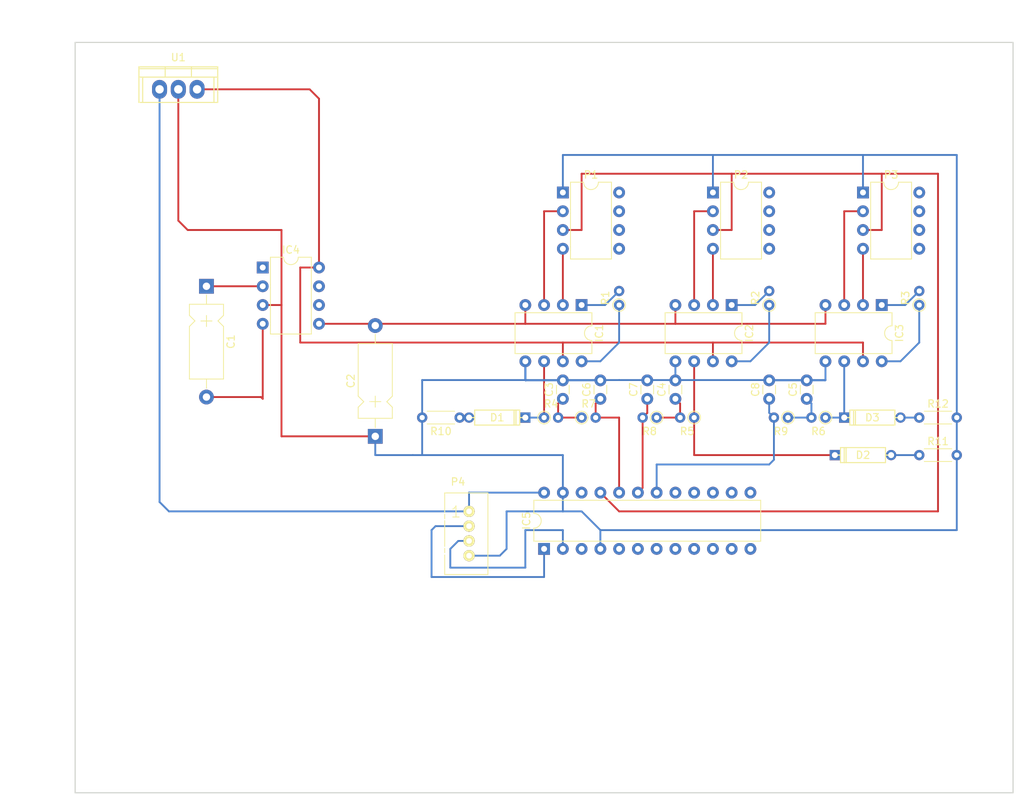
<source format=kicad_pcb>
(kicad_pcb (version 4) (host pcbnew 4.0.1-stable)

  (general
    (links 70)
    (no_connects 2)
    (area 43.104999 32.944999 170.255001 134.695001)
    (thickness 1.6)
    (drawings 13)
    (tracks 160)
    (zones 0)
    (modules 33)
    (nets 34)
  )

  (page A4)
  (layers
    (0 F.Cu signal)
    (31 B.Cu signal)
    (32 B.Adhes user)
    (33 F.Adhes user)
    (34 B.Paste user)
    (35 F.Paste user)
    (36 B.SilkS user)
    (37 F.SilkS user)
    (38 B.Mask user)
    (39 F.Mask user)
    (40 Dwgs.User user)
    (41 Cmts.User user)
    (42 Eco1.User user)
    (43 Eco2.User user)
    (44 Edge.Cuts user)
    (45 Margin user)
    (46 B.CrtYd user)
    (47 F.CrtYd user)
    (48 B.Fab user)
    (49 F.Fab user)
  )

  (setup
    (last_trace_width 0.25)
    (trace_clearance 0.2)
    (zone_clearance 0.508)
    (zone_45_only no)
    (trace_min 0.2)
    (segment_width 0.2)
    (edge_width 0.15)
    (via_size 0.6)
    (via_drill 0.4)
    (via_min_size 0.4)
    (via_min_drill 0.3)
    (uvia_size 0.3)
    (uvia_drill 0.1)
    (uvias_allowed no)
    (uvia_min_size 0.2)
    (uvia_min_drill 0.1)
    (pcb_text_width 0.3)
    (pcb_text_size 1.5 1.5)
    (mod_edge_width 0.15)
    (mod_text_size 1 1)
    (mod_text_width 0.15)
    (pad_size 1.524 1.524)
    (pad_drill 0.762)
    (pad_to_mask_clearance 0.2)
    (aux_axis_origin 0 0)
    (visible_elements 7FFFFFFF)
    (pcbplotparams
      (layerselection 0x00030_80000001)
      (usegerberextensions false)
      (excludeedgelayer true)
      (linewidth 0.100000)
      (plotframeref false)
      (viasonmask false)
      (mode 1)
      (useauxorigin false)
      (hpglpennumber 1)
      (hpglpenspeed 20)
      (hpglpendiameter 15)
      (hpglpenoverlay 2)
      (psnegative false)
      (psa4output false)
      (plotreference true)
      (plotvalue true)
      (plotinvisibletext false)
      (padsonsilk false)
      (subtractmaskfromsilk false)
      (outputformat 1)
      (mirror false)
      (drillshape 1)
      (scaleselection 1)
      (outputdirectory ""))
  )

  (net 0 "")
  (net 1 GND)
  (net 2 +5V)
  (net 3 +BATT)
  (net 4 "Net-(C1-Pad1)")
  (net 5 "Net-(C1-Pad2)")
  (net 6 "Net-(C2-Pad2)")
  (net 7 "Net-(IC1-Pad1)")
  (net 8 "Net-(IC1-Pad2)")
  (net 9 "Net-(IC1-Pad3)")
  (net 10 "Net-(IC1-Pad7)")
  (net 11 "Net-(IC1-Pad8)")
  (net 12 "Net-(IC2-Pad1)")
  (net 13 "Net-(IC2-Pad2)")
  (net 14 "Net-(IC2-Pad3)")
  (net 15 "Net-(IC2-Pad8)")
  (net 16 "Net-(IC3-Pad1)")
  (net 17 "Net-(IC3-Pad2)")
  (net 18 "Net-(IC3-Pad3)")
  (net 19 "Net-(IC3-Pad8)")
  (net 20 "Net-(IC5-Pad1)")
  (net 21 "Net-(IC5-Pad2)")
  (net 22 "Net-(C3-Pad1)")
  (net 23 "Net-(C4-Pad1)")
  (net 24 "Net-(C5-Pad1)")
  (net 25 "Net-(C6-Pad1)")
  (net 26 "Net-(C7-Pad1)")
  (net 27 "Net-(C8-Pad1)")
  (net 28 "Net-(D1-Pad2)")
  (net 29 "Net-(D2-Pad2)")
  (net 30 "Net-(D3-Pad2)")
  (net 31 "Net-(D1-Pad1)")
  (net 32 "Net-(D2-Pad1)")
  (net 33 "Net-(D3-Pad1)")

  (net_class Default "これは標準のネット クラスです。"
    (clearance 0.2)
    (trace_width 0.25)
    (via_dia 0.6)
    (via_drill 0.4)
    (uvia_dia 0.3)
    (uvia_drill 0.1)
    (add_net +5V)
    (add_net +BATT)
    (add_net GND)
    (add_net "Net-(C1-Pad1)")
    (add_net "Net-(C1-Pad2)")
    (add_net "Net-(C2-Pad2)")
    (add_net "Net-(C3-Pad1)")
    (add_net "Net-(C4-Pad1)")
    (add_net "Net-(C5-Pad1)")
    (add_net "Net-(C6-Pad1)")
    (add_net "Net-(C7-Pad1)")
    (add_net "Net-(C8-Pad1)")
    (add_net "Net-(D1-Pad1)")
    (add_net "Net-(D1-Pad2)")
    (add_net "Net-(D2-Pad1)")
    (add_net "Net-(D2-Pad2)")
    (add_net "Net-(D3-Pad1)")
    (add_net "Net-(D3-Pad2)")
    (add_net "Net-(IC1-Pad1)")
    (add_net "Net-(IC1-Pad2)")
    (add_net "Net-(IC1-Pad3)")
    (add_net "Net-(IC1-Pad7)")
    (add_net "Net-(IC1-Pad8)")
    (add_net "Net-(IC2-Pad1)")
    (add_net "Net-(IC2-Pad2)")
    (add_net "Net-(IC2-Pad3)")
    (add_net "Net-(IC2-Pad8)")
    (add_net "Net-(IC3-Pad1)")
    (add_net "Net-(IC3-Pad2)")
    (add_net "Net-(IC3-Pad3)")
    (add_net "Net-(IC3-Pad8)")
    (add_net "Net-(IC5-Pad1)")
    (add_net "Net-(IC5-Pad2)")
  )

  (module Housings_DIP:DIP-24_W7.62mm (layer F.Cu) (tedit 586281B5) (tstamp 58DCE903)
    (at 106.68 101.6 90)
    (descr "24-lead dip package, row spacing 7.62 mm (300 mils)")
    (tags "DIL DIP PDIP 2.54mm 7.62mm 300mil")
    (path /58DCE760)
    (fp_text reference IC5 (at 3.81 -2.39 90) (layer F.SilkS)
      (effects (font (size 1 1) (thickness 0.15)))
    )
    (fp_text value DEV-11114 (at 3.81 30.33 90) (layer F.Fab)
      (effects (font (size 1 1) (thickness 0.15)))
    )
    (fp_arc (start 3.81 -1.39) (end 2.81 -1.39) (angle -180) (layer F.SilkS) (width 0.12))
    (fp_line (start 1.635 -1.27) (end 6.985 -1.27) (layer F.Fab) (width 0.1))
    (fp_line (start 6.985 -1.27) (end 6.985 29.21) (layer F.Fab) (width 0.1))
    (fp_line (start 6.985 29.21) (end 0.635 29.21) (layer F.Fab) (width 0.1))
    (fp_line (start 0.635 29.21) (end 0.635 -0.27) (layer F.Fab) (width 0.1))
    (fp_line (start 0.635 -0.27) (end 1.635 -1.27) (layer F.Fab) (width 0.1))
    (fp_line (start 2.81 -1.39) (end 1.04 -1.39) (layer F.SilkS) (width 0.12))
    (fp_line (start 1.04 -1.39) (end 1.04 29.33) (layer F.SilkS) (width 0.12))
    (fp_line (start 1.04 29.33) (end 6.58 29.33) (layer F.SilkS) (width 0.12))
    (fp_line (start 6.58 29.33) (end 6.58 -1.39) (layer F.SilkS) (width 0.12))
    (fp_line (start 6.58 -1.39) (end 4.81 -1.39) (layer F.SilkS) (width 0.12))
    (fp_line (start -1.1 -1.6) (end -1.1 29.5) (layer F.CrtYd) (width 0.05))
    (fp_line (start -1.1 29.5) (end 8.7 29.5) (layer F.CrtYd) (width 0.05))
    (fp_line (start 8.7 29.5) (end 8.7 -1.6) (layer F.CrtYd) (width 0.05))
    (fp_line (start 8.7 -1.6) (end -1.1 -1.6) (layer F.CrtYd) (width 0.05))
    (pad 1 thru_hole rect (at 0 0 90) (size 1.6 1.6) (drill 0.8) (layers *.Cu *.Mask)
      (net 20 "Net-(IC5-Pad1)"))
    (pad 13 thru_hole oval (at 7.62 27.94 90) (size 1.6 1.6) (drill 0.8) (layers *.Cu *.Mask))
    (pad 2 thru_hole oval (at 0 2.54 90) (size 1.6 1.6) (drill 0.8) (layers *.Cu *.Mask)
      (net 21 "Net-(IC5-Pad2)"))
    (pad 14 thru_hole oval (at 7.62 25.4 90) (size 1.6 1.6) (drill 0.8) (layers *.Cu *.Mask))
    (pad 3 thru_hole oval (at 0 5.08 90) (size 1.6 1.6) (drill 0.8) (layers *.Cu *.Mask))
    (pad 15 thru_hole oval (at 7.62 22.86 90) (size 1.6 1.6) (drill 0.8) (layers *.Cu *.Mask))
    (pad 4 thru_hole oval (at 0 7.62 90) (size 1.6 1.6) (drill 0.8) (layers *.Cu *.Mask)
      (net 1 GND))
    (pad 16 thru_hole oval (at 7.62 20.32 90) (size 1.6 1.6) (drill 0.8) (layers *.Cu *.Mask))
    (pad 5 thru_hole oval (at 0 10.16 90) (size 1.6 1.6) (drill 0.8) (layers *.Cu *.Mask))
    (pad 17 thru_hole oval (at 7.62 17.78 90) (size 1.6 1.6) (drill 0.8) (layers *.Cu *.Mask))
    (pad 6 thru_hole oval (at 0 12.7 90) (size 1.6 1.6) (drill 0.8) (layers *.Cu *.Mask))
    (pad 18 thru_hole oval (at 7.62 15.24 90) (size 1.6 1.6) (drill 0.8) (layers *.Cu *.Mask)
      (net 27 "Net-(C8-Pad1)"))
    (pad 7 thru_hole oval (at 0 15.24 90) (size 1.6 1.6) (drill 0.8) (layers *.Cu *.Mask))
    (pad 19 thru_hole oval (at 7.62 12.7 90) (size 1.6 1.6) (drill 0.8) (layers *.Cu *.Mask)
      (net 26 "Net-(C7-Pad1)"))
    (pad 8 thru_hole oval (at 0 17.78 90) (size 1.6 1.6) (drill 0.8) (layers *.Cu *.Mask))
    (pad 20 thru_hole oval (at 7.62 10.16 90) (size 1.6 1.6) (drill 0.8) (layers *.Cu *.Mask)
      (net 25 "Net-(C6-Pad1)"))
    (pad 9 thru_hole oval (at 0 20.32 90) (size 1.6 1.6) (drill 0.8) (layers *.Cu *.Mask))
    (pad 21 thru_hole oval (at 7.62 7.62 90) (size 1.6 1.6) (drill 0.8) (layers *.Cu *.Mask)
      (net 2 +5V))
    (pad 10 thru_hole oval (at 0 22.86 90) (size 1.6 1.6) (drill 0.8) (layers *.Cu *.Mask))
    (pad 22 thru_hole oval (at 7.62 5.08 90) (size 1.6 1.6) (drill 0.8) (layers *.Cu *.Mask))
    (pad 11 thru_hole oval (at 0 25.4 90) (size 1.6 1.6) (drill 0.8) (layers *.Cu *.Mask))
    (pad 23 thru_hole oval (at 7.62 2.54 90) (size 1.6 1.6) (drill 0.8) (layers *.Cu *.Mask)
      (net 1 GND))
    (pad 12 thru_hole oval (at 0 27.94 90) (size 1.6 1.6) (drill 0.8) (layers *.Cu *.Mask))
    (pad 24 thru_hole oval (at 7.62 0 90) (size 1.6 1.6) (drill 0.8) (layers *.Cu *.Mask)
      (net 3 +BATT))
    (model Housings_DIP.3dshapes/DIP-24_W7.62mm.wrl
      (at (xyz 0 0 0))
      (scale (xyz 1 1 1))
      (rotate (xyz 0 0 0))
    )
  )

  (module Housings_DIP:DIP-8_W7.62mm (layer F.Cu) (tedit 586281B4) (tstamp 58DCE725)
    (at 109.22 53.34)
    (descr "8-lead dip package, row spacing 7.62 mm (300 mils)")
    (tags "DIL DIP PDIP 2.54mm 7.62mm 300mil")
    (path /58DCE645)
    (fp_text reference P1 (at 3.81 -2.39) (layer F.SilkS)
      (effects (font (size 1 1) (thickness 0.15)))
    )
    (fp_text value DIL8 (at 3.81 10.01) (layer F.Fab)
      (effects (font (size 1 1) (thickness 0.15)))
    )
    (fp_arc (start 3.81 -1.39) (end 2.81 -1.39) (angle -180) (layer F.SilkS) (width 0.12))
    (fp_line (start 1.635 -1.27) (end 6.985 -1.27) (layer F.Fab) (width 0.1))
    (fp_line (start 6.985 -1.27) (end 6.985 8.89) (layer F.Fab) (width 0.1))
    (fp_line (start 6.985 8.89) (end 0.635 8.89) (layer F.Fab) (width 0.1))
    (fp_line (start 0.635 8.89) (end 0.635 -0.27) (layer F.Fab) (width 0.1))
    (fp_line (start 0.635 -0.27) (end 1.635 -1.27) (layer F.Fab) (width 0.1))
    (fp_line (start 2.81 -1.39) (end 1.04 -1.39) (layer F.SilkS) (width 0.12))
    (fp_line (start 1.04 -1.39) (end 1.04 9.01) (layer F.SilkS) (width 0.12))
    (fp_line (start 1.04 9.01) (end 6.58 9.01) (layer F.SilkS) (width 0.12))
    (fp_line (start 6.58 9.01) (end 6.58 -1.39) (layer F.SilkS) (width 0.12))
    (fp_line (start 6.58 -1.39) (end 4.81 -1.39) (layer F.SilkS) (width 0.12))
    (fp_line (start -1.1 -1.6) (end -1.1 9.2) (layer F.CrtYd) (width 0.05))
    (fp_line (start -1.1 9.2) (end 8.7 9.2) (layer F.CrtYd) (width 0.05))
    (fp_line (start 8.7 9.2) (end 8.7 -1.6) (layer F.CrtYd) (width 0.05))
    (fp_line (start 8.7 -1.6) (end -1.1 -1.6) (layer F.CrtYd) (width 0.05))
    (pad 1 thru_hole rect (at 0 0) (size 1.6 1.6) (drill 0.8) (layers *.Cu *.Mask)
      (net 1 GND))
    (pad 5 thru_hole oval (at 7.62 7.62) (size 1.6 1.6) (drill 0.8) (layers *.Cu *.Mask))
    (pad 2 thru_hole oval (at 0 2.54) (size 1.6 1.6) (drill 0.8) (layers *.Cu *.Mask)
      (net 9 "Net-(IC1-Pad3)"))
    (pad 6 thru_hole oval (at 7.62 5.08) (size 1.6 1.6) (drill 0.8) (layers *.Cu *.Mask))
    (pad 3 thru_hole oval (at 0 5.08) (size 1.6 1.6) (drill 0.8) (layers *.Cu *.Mask)
      (net 2 +5V))
    (pad 7 thru_hole oval (at 7.62 2.54) (size 1.6 1.6) (drill 0.8) (layers *.Cu *.Mask))
    (pad 4 thru_hole oval (at 0 7.62) (size 1.6 1.6) (drill 0.8) (layers *.Cu *.Mask)
      (net 8 "Net-(IC1-Pad2)"))
    (pad 8 thru_hole oval (at 7.62 0) (size 1.6 1.6) (drill 0.8) (layers *.Cu *.Mask))
    (model Housings_DIP.3dshapes/DIP-8_W7.62mm.wrl
      (at (xyz 0 0 0))
      (scale (xyz 1 1 1))
      (rotate (xyz 0 0 0))
    )
  )

  (module Housings_DIP:DIP-8_W7.62mm (layer F.Cu) (tedit 586281B4) (tstamp 58DCE73D)
    (at 149.86 53.34)
    (descr "8-lead dip package, row spacing 7.62 mm (300 mils)")
    (tags "DIL DIP PDIP 2.54mm 7.62mm 300mil")
    (path /58DCFC10)
    (fp_text reference P3 (at 3.81 -2.39) (layer F.SilkS)
      (effects (font (size 1 1) (thickness 0.15)))
    )
    (fp_text value DIL8 (at 3.81 10.01) (layer F.Fab)
      (effects (font (size 1 1) (thickness 0.15)))
    )
    (fp_arc (start 3.81 -1.39) (end 2.81 -1.39) (angle -180) (layer F.SilkS) (width 0.12))
    (fp_line (start 1.635 -1.27) (end 6.985 -1.27) (layer F.Fab) (width 0.1))
    (fp_line (start 6.985 -1.27) (end 6.985 8.89) (layer F.Fab) (width 0.1))
    (fp_line (start 6.985 8.89) (end 0.635 8.89) (layer F.Fab) (width 0.1))
    (fp_line (start 0.635 8.89) (end 0.635 -0.27) (layer F.Fab) (width 0.1))
    (fp_line (start 0.635 -0.27) (end 1.635 -1.27) (layer F.Fab) (width 0.1))
    (fp_line (start 2.81 -1.39) (end 1.04 -1.39) (layer F.SilkS) (width 0.12))
    (fp_line (start 1.04 -1.39) (end 1.04 9.01) (layer F.SilkS) (width 0.12))
    (fp_line (start 1.04 9.01) (end 6.58 9.01) (layer F.SilkS) (width 0.12))
    (fp_line (start 6.58 9.01) (end 6.58 -1.39) (layer F.SilkS) (width 0.12))
    (fp_line (start 6.58 -1.39) (end 4.81 -1.39) (layer F.SilkS) (width 0.12))
    (fp_line (start -1.1 -1.6) (end -1.1 9.2) (layer F.CrtYd) (width 0.05))
    (fp_line (start -1.1 9.2) (end 8.7 9.2) (layer F.CrtYd) (width 0.05))
    (fp_line (start 8.7 9.2) (end 8.7 -1.6) (layer F.CrtYd) (width 0.05))
    (fp_line (start 8.7 -1.6) (end -1.1 -1.6) (layer F.CrtYd) (width 0.05))
    (pad 1 thru_hole rect (at 0 0) (size 1.6 1.6) (drill 0.8) (layers *.Cu *.Mask)
      (net 1 GND))
    (pad 5 thru_hole oval (at 7.62 7.62) (size 1.6 1.6) (drill 0.8) (layers *.Cu *.Mask))
    (pad 2 thru_hole oval (at 0 2.54) (size 1.6 1.6) (drill 0.8) (layers *.Cu *.Mask)
      (net 18 "Net-(IC3-Pad3)"))
    (pad 6 thru_hole oval (at 7.62 5.08) (size 1.6 1.6) (drill 0.8) (layers *.Cu *.Mask))
    (pad 3 thru_hole oval (at 0 5.08) (size 1.6 1.6) (drill 0.8) (layers *.Cu *.Mask)
      (net 2 +5V))
    (pad 7 thru_hole oval (at 7.62 2.54) (size 1.6 1.6) (drill 0.8) (layers *.Cu *.Mask))
    (pad 4 thru_hole oval (at 0 7.62) (size 1.6 1.6) (drill 0.8) (layers *.Cu *.Mask)
      (net 17 "Net-(IC3-Pad2)"))
    (pad 8 thru_hole oval (at 7.62 0) (size 1.6 1.6) (drill 0.8) (layers *.Cu *.Mask))
    (model Housings_DIP.3dshapes/DIP-8_W7.62mm.wrl
      (at (xyz 0 0 0))
      (scale (xyz 1 1 1))
      (rotate (xyz 0 0 0))
    )
  )

  (module Capacitors_ThroughHole:CP_Axial_L10.0mm_D4.5mm_P15.00mm_Horizontal (layer F.Cu) (tedit 58765D07) (tstamp 58DCE713)
    (at 60.96 66.04 270)
    (descr "CP, Axial series, Axial, Horizontal, pin pitch=15mm, , length*diameter=10*4.5mm^2, Electrolytic Capacitor, , http://www.vishay.com/docs/28325/021asm.pdf")
    (tags "CP Axial series Axial Horizontal pin pitch 15mm  length 10mm diameter 4.5mm Electrolytic Capacitor")
    (path /58DCDE1B)
    (fp_text reference C1 (at 7.5 -3.31 270) (layer F.SilkS)
      (effects (font (size 1 1) (thickness 0.15)))
    )
    (fp_text value CP (at 7.5 3.31 270) (layer F.Fab)
      (effects (font (size 1 1) (thickness 0.15)))
    )
    (fp_line (start 2.5 -2.25) (end 2.5 2.25) (layer F.Fab) (width 0.1))
    (fp_line (start 12.5 -2.25) (end 12.5 2.25) (layer F.Fab) (width 0.1))
    (fp_line (start 2.5 -2.25) (end 3.94 -2.25) (layer F.Fab) (width 0.1))
    (fp_line (start 3.94 -2.25) (end 4.69 -1.5) (layer F.Fab) (width 0.1))
    (fp_line (start 4.69 -1.5) (end 5.44 -2.25) (layer F.Fab) (width 0.1))
    (fp_line (start 5.44 -2.25) (end 12.5 -2.25) (layer F.Fab) (width 0.1))
    (fp_line (start 2.5 2.25) (end 3.94 2.25) (layer F.Fab) (width 0.1))
    (fp_line (start 3.94 2.25) (end 4.69 1.5) (layer F.Fab) (width 0.1))
    (fp_line (start 4.69 1.5) (end 5.44 2.25) (layer F.Fab) (width 0.1))
    (fp_line (start 5.44 2.25) (end 12.5 2.25) (layer F.Fab) (width 0.1))
    (fp_line (start 0 0) (end 2.5 0) (layer F.Fab) (width 0.1))
    (fp_line (start 15 0) (end 12.5 0) (layer F.Fab) (width 0.1))
    (fp_line (start 3.95 0) (end 5.45 0) (layer F.Fab) (width 0.1))
    (fp_line (start 4.7 -0.75) (end 4.7 0.75) (layer F.Fab) (width 0.1))
    (fp_line (start 3.95 0) (end 5.45 0) (layer F.SilkS) (width 0.12))
    (fp_line (start 4.7 -0.75) (end 4.7 0.75) (layer F.SilkS) (width 0.12))
    (fp_line (start 2.44 -2.31) (end 2.44 2.31) (layer F.SilkS) (width 0.12))
    (fp_line (start 12.56 -2.31) (end 12.56 2.31) (layer F.SilkS) (width 0.12))
    (fp_line (start 2.44 -2.31) (end 3.94 -2.31) (layer F.SilkS) (width 0.12))
    (fp_line (start 3.94 -2.31) (end 4.69 -1.56) (layer F.SilkS) (width 0.12))
    (fp_line (start 4.69 -1.56) (end 5.44 -2.31) (layer F.SilkS) (width 0.12))
    (fp_line (start 5.44 -2.31) (end 12.56 -2.31) (layer F.SilkS) (width 0.12))
    (fp_line (start 2.44 2.31) (end 3.94 2.31) (layer F.SilkS) (width 0.12))
    (fp_line (start 3.94 2.31) (end 4.69 1.56) (layer F.SilkS) (width 0.12))
    (fp_line (start 4.69 1.56) (end 5.44 2.31) (layer F.SilkS) (width 0.12))
    (fp_line (start 5.44 2.31) (end 12.56 2.31) (layer F.SilkS) (width 0.12))
    (fp_line (start 1.18 0) (end 2.44 0) (layer F.SilkS) (width 0.12))
    (fp_line (start 13.82 0) (end 12.56 0) (layer F.SilkS) (width 0.12))
    (fp_line (start -1.25 -2.6) (end -1.25 2.6) (layer F.CrtYd) (width 0.05))
    (fp_line (start -1.25 2.6) (end 16.25 2.6) (layer F.CrtYd) (width 0.05))
    (fp_line (start 16.25 2.6) (end 16.25 -2.6) (layer F.CrtYd) (width 0.05))
    (fp_line (start 16.25 -2.6) (end -1.25 -2.6) (layer F.CrtYd) (width 0.05))
    (pad 1 thru_hole rect (at 0 0 270) (size 2 2) (drill 1) (layers *.Cu *.Mask)
      (net 4 "Net-(C1-Pad1)"))
    (pad 2 thru_hole oval (at 15 0 270) (size 2 2) (drill 1) (layers *.Cu *.Mask)
      (net 5 "Net-(C1-Pad2)"))
    (model Capacitors_THT.3dshapes/CP_Axial_L10.0mm_D4.5mm_P15.00mm_Horizontal.wrl
      (at (xyz 0 0 0))
      (scale (xyz 0.393701 0.393701 0.393701))
      (rotate (xyz 0 0 0))
    )
  )

  (module Capacitors_ThroughHole:CP_Axial_L10.0mm_D4.5mm_P15.00mm_Horizontal (layer F.Cu) (tedit 58765D07) (tstamp 58DCE719)
    (at 83.82 86.36 90)
    (descr "CP, Axial series, Axial, Horizontal, pin pitch=15mm, , length*diameter=10*4.5mm^2, Electrolytic Capacitor, , http://www.vishay.com/docs/28325/021asm.pdf")
    (tags "CP Axial series Axial Horizontal pin pitch 15mm  length 10mm diameter 4.5mm Electrolytic Capacitor")
    (path /58DD152B)
    (fp_text reference C2 (at 7.5 -3.31 90) (layer F.SilkS)
      (effects (font (size 1 1) (thickness 0.15)))
    )
    (fp_text value CP (at 7.5 3.31 90) (layer F.Fab)
      (effects (font (size 1 1) (thickness 0.15)))
    )
    (fp_line (start 2.5 -2.25) (end 2.5 2.25) (layer F.Fab) (width 0.1))
    (fp_line (start 12.5 -2.25) (end 12.5 2.25) (layer F.Fab) (width 0.1))
    (fp_line (start 2.5 -2.25) (end 3.94 -2.25) (layer F.Fab) (width 0.1))
    (fp_line (start 3.94 -2.25) (end 4.69 -1.5) (layer F.Fab) (width 0.1))
    (fp_line (start 4.69 -1.5) (end 5.44 -2.25) (layer F.Fab) (width 0.1))
    (fp_line (start 5.44 -2.25) (end 12.5 -2.25) (layer F.Fab) (width 0.1))
    (fp_line (start 2.5 2.25) (end 3.94 2.25) (layer F.Fab) (width 0.1))
    (fp_line (start 3.94 2.25) (end 4.69 1.5) (layer F.Fab) (width 0.1))
    (fp_line (start 4.69 1.5) (end 5.44 2.25) (layer F.Fab) (width 0.1))
    (fp_line (start 5.44 2.25) (end 12.5 2.25) (layer F.Fab) (width 0.1))
    (fp_line (start 0 0) (end 2.5 0) (layer F.Fab) (width 0.1))
    (fp_line (start 15 0) (end 12.5 0) (layer F.Fab) (width 0.1))
    (fp_line (start 3.95 0) (end 5.45 0) (layer F.Fab) (width 0.1))
    (fp_line (start 4.7 -0.75) (end 4.7 0.75) (layer F.Fab) (width 0.1))
    (fp_line (start 3.95 0) (end 5.45 0) (layer F.SilkS) (width 0.12))
    (fp_line (start 4.7 -0.75) (end 4.7 0.75) (layer F.SilkS) (width 0.12))
    (fp_line (start 2.44 -2.31) (end 2.44 2.31) (layer F.SilkS) (width 0.12))
    (fp_line (start 12.56 -2.31) (end 12.56 2.31) (layer F.SilkS) (width 0.12))
    (fp_line (start 2.44 -2.31) (end 3.94 -2.31) (layer F.SilkS) (width 0.12))
    (fp_line (start 3.94 -2.31) (end 4.69 -1.56) (layer F.SilkS) (width 0.12))
    (fp_line (start 4.69 -1.56) (end 5.44 -2.31) (layer F.SilkS) (width 0.12))
    (fp_line (start 5.44 -2.31) (end 12.56 -2.31) (layer F.SilkS) (width 0.12))
    (fp_line (start 2.44 2.31) (end 3.94 2.31) (layer F.SilkS) (width 0.12))
    (fp_line (start 3.94 2.31) (end 4.69 1.56) (layer F.SilkS) (width 0.12))
    (fp_line (start 4.69 1.56) (end 5.44 2.31) (layer F.SilkS) (width 0.12))
    (fp_line (start 5.44 2.31) (end 12.56 2.31) (layer F.SilkS) (width 0.12))
    (fp_line (start 1.18 0) (end 2.44 0) (layer F.SilkS) (width 0.12))
    (fp_line (start 13.82 0) (end 12.56 0) (layer F.SilkS) (width 0.12))
    (fp_line (start -1.25 -2.6) (end -1.25 2.6) (layer F.CrtYd) (width 0.05))
    (fp_line (start -1.25 2.6) (end 16.25 2.6) (layer F.CrtYd) (width 0.05))
    (fp_line (start 16.25 2.6) (end 16.25 -2.6) (layer F.CrtYd) (width 0.05))
    (fp_line (start 16.25 -2.6) (end -1.25 -2.6) (layer F.CrtYd) (width 0.05))
    (pad 1 thru_hole rect (at 0 0 90) (size 2 2) (drill 1) (layers *.Cu *.Mask)
      (net 1 GND))
    (pad 2 thru_hole oval (at 15 0 90) (size 2 2) (drill 1) (layers *.Cu *.Mask)
      (net 6 "Net-(C2-Pad2)"))
    (model Capacitors_THT.3dshapes/CP_Axial_L10.0mm_D4.5mm_P15.00mm_Horizontal.wrl
      (at (xyz 0 0 0))
      (scale (xyz 0.393701 0.393701 0.393701))
      (rotate (xyz 0 0 0))
    )
  )

  (module Housings_DIP:DIP-8_W7.62mm (layer F.Cu) (tedit 586281B4) (tstamp 58DCE731)
    (at 129.54 53.34)
    (descr "8-lead dip package, row spacing 7.62 mm (300 mils)")
    (tags "DIL DIP PDIP 2.54mm 7.62mm 300mil")
    (path /58DCF871)
    (fp_text reference P2 (at 3.81 -2.39) (layer F.SilkS)
      (effects (font (size 1 1) (thickness 0.15)))
    )
    (fp_text value DIL8 (at 3.81 10.01) (layer F.Fab)
      (effects (font (size 1 1) (thickness 0.15)))
    )
    (fp_arc (start 3.81 -1.39) (end 2.81 -1.39) (angle -180) (layer F.SilkS) (width 0.12))
    (fp_line (start 1.635 -1.27) (end 6.985 -1.27) (layer F.Fab) (width 0.1))
    (fp_line (start 6.985 -1.27) (end 6.985 8.89) (layer F.Fab) (width 0.1))
    (fp_line (start 6.985 8.89) (end 0.635 8.89) (layer F.Fab) (width 0.1))
    (fp_line (start 0.635 8.89) (end 0.635 -0.27) (layer F.Fab) (width 0.1))
    (fp_line (start 0.635 -0.27) (end 1.635 -1.27) (layer F.Fab) (width 0.1))
    (fp_line (start 2.81 -1.39) (end 1.04 -1.39) (layer F.SilkS) (width 0.12))
    (fp_line (start 1.04 -1.39) (end 1.04 9.01) (layer F.SilkS) (width 0.12))
    (fp_line (start 1.04 9.01) (end 6.58 9.01) (layer F.SilkS) (width 0.12))
    (fp_line (start 6.58 9.01) (end 6.58 -1.39) (layer F.SilkS) (width 0.12))
    (fp_line (start 6.58 -1.39) (end 4.81 -1.39) (layer F.SilkS) (width 0.12))
    (fp_line (start -1.1 -1.6) (end -1.1 9.2) (layer F.CrtYd) (width 0.05))
    (fp_line (start -1.1 9.2) (end 8.7 9.2) (layer F.CrtYd) (width 0.05))
    (fp_line (start 8.7 9.2) (end 8.7 -1.6) (layer F.CrtYd) (width 0.05))
    (fp_line (start 8.7 -1.6) (end -1.1 -1.6) (layer F.CrtYd) (width 0.05))
    (pad 1 thru_hole rect (at 0 0) (size 1.6 1.6) (drill 0.8) (layers *.Cu *.Mask)
      (net 1 GND))
    (pad 5 thru_hole oval (at 7.62 7.62) (size 1.6 1.6) (drill 0.8) (layers *.Cu *.Mask))
    (pad 2 thru_hole oval (at 0 2.54) (size 1.6 1.6) (drill 0.8) (layers *.Cu *.Mask)
      (net 14 "Net-(IC2-Pad3)"))
    (pad 6 thru_hole oval (at 7.62 5.08) (size 1.6 1.6) (drill 0.8) (layers *.Cu *.Mask))
    (pad 3 thru_hole oval (at 0 5.08) (size 1.6 1.6) (drill 0.8) (layers *.Cu *.Mask)
      (net 2 +5V))
    (pad 7 thru_hole oval (at 7.62 2.54) (size 1.6 1.6) (drill 0.8) (layers *.Cu *.Mask))
    (pad 4 thru_hole oval (at 0 7.62) (size 1.6 1.6) (drill 0.8) (layers *.Cu *.Mask)
      (net 13 "Net-(IC2-Pad2)"))
    (pad 8 thru_hole oval (at 7.62 0) (size 1.6 1.6) (drill 0.8) (layers *.Cu *.Mask))
    (model Housings_DIP.3dshapes/DIP-8_W7.62mm.wrl
      (at (xyz 0 0 0))
      (scale (xyz 1 1 1))
      (rotate (xyz 0 0 0))
    )
  )

  (module Connect:Grove_1x04 (layer F.Cu) (tedit 587F9C9D) (tstamp 58DCE745)
    (at 96.52 96.52)
    (descr https://statics3.seeedstudio.com/images/opl/datasheet/3470130P1.pdf)
    (tags Grove-1x04)
    (path /58DD0E38)
    (fp_text reference P4 (at -1.5 -4) (layer F.SilkS)
      (effects (font (size 1 1) (thickness 0.15)))
    )
    (fp_text value CONN_01X04 (at 4.19 2.83 90) (layer F.Fab)
      (effects (font (size 1 1) (thickness 0.15)))
    )
    (fp_line (start -3.45 -2.65) (end -3.45 8.7) (layer F.CrtYd) (width 0.05))
    (fp_line (start -3.45 8.7) (end 2.7 8.7) (layer F.CrtYd) (width 0.05))
    (fp_line (start 2.7 8.7) (end 2.7 -2.65) (layer F.CrtYd) (width 0.05))
    (fp_line (start -3.45 -2.65) (end 2.7 -2.65) (layer F.CrtYd) (width 0.05))
    (fp_line (start -3.3 5) (end -3.3 5.6) (layer F.SilkS) (width 0.12))
    (fp_line (start -3.3 0.4) (end -3.3 1) (layer F.SilkS) (width 0.12))
    (fp_line (start 2.55 -2.5) (end 2.55 8.55) (layer F.SilkS) (width 0.12))
    (fp_line (start -3.3 -2.5) (end 2.55 -2.5) (layer F.SilkS) (width 0.12))
    (fp_line (start -3.3 1.25) (end -3.3 4.75) (layer F.SilkS) (width 0.12))
    (fp_line (start -3.3 8.55) (end 2.55 8.55) (layer F.SilkS) (width 0.12))
    (fp_line (start -3.3 -2.5) (end -3.3 0.15) (layer F.SilkS) (width 0.12))
    (fp_line (start -3.3 5.9) (end -3.3 8.55) (layer F.SilkS) (width 0.12))
    (fp_line (start -2.9 -2.1) (end 2.2 -2.1) (layer F.Fab) (width 0.1))
    (fp_line (start 2.2 -2.1) (end 2.2 8.1) (layer F.Fab) (width 0.1))
    (fp_line (start 2.2 8.1) (end -2.9 8.1) (layer F.Fab) (width 0.1))
    (fp_line (start -2.9 8.1) (end -2.9 -2.1) (layer F.Fab) (width 0.1))
    (fp_text user 1 (at -1.775 0.075) (layer F.SilkS)
      (effects (font (size 1.5 1.5) (thickness 0.12)))
    )
    (pad 1 thru_hole circle (at 0 0) (size 1.524 1.524) (drill 0.762) (layers *.Cu *.Mask F.SilkS)
      (net 3 +BATT))
    (pad 2 thru_hole circle (at 0 2) (size 1.524 1.524) (drill 0.762) (layers *.Cu *.Mask F.SilkS)
      (net 20 "Net-(IC5-Pad1)"))
    (pad 3 thru_hole circle (at 0 4) (size 1.524 1.524) (drill 0.762) (layers *.Cu *.Mask F.SilkS)
      (net 21 "Net-(IC5-Pad2)"))
    (pad 4 thru_hole circle (at 0 6) (size 1.524 1.524) (drill 0.762) (layers *.Cu *.Mask F.SilkS)
      (net 1 GND))
    (model Connectors.3dshapes/Grove_1x04.wrl
      (at (xyz 0 0 0))
      (scale (xyz 0.3937 0.3937 0.3937))
      (rotate (xyz 0 0 -90))
    )
  )

  (module Resistors_ThroughHole:R_Axial_DIN0204_L3.6mm_D1.6mm_P1.90mm_Vertical (layer F.Cu) (tedit 5874F706) (tstamp 58DCE74B)
    (at 116.84 68.58 90)
    (descr "Resistor, Axial_DIN0204 series, Axial, Vertical, pin pitch=1.9mm, 0.16666666666666666W = 1/6W, length*diameter=3.6*1.6mm^2, http://cdn-reichelt.de/documents/datenblatt/B400/1_4W%23YAG.pdf")
    (tags "Resistor Axial_DIN0204 series Axial Vertical pin pitch 1.9mm 0.16666666666666666W = 1/6W length 3.6mm diameter 1.6mm")
    (path /58DCE0FB)
    (fp_text reference R1 (at 0.95 -1.86 90) (layer F.SilkS)
      (effects (font (size 1 1) (thickness 0.15)))
    )
    (fp_text value R (at 0.95 1.86 90) (layer F.Fab)
      (effects (font (size 1 1) (thickness 0.15)))
    )
    (fp_circle (center 0 0) (end 0.8 0) (layer F.Fab) (width 0.1))
    (fp_circle (center 0 0) (end 0.86 0) (layer F.SilkS) (width 0.12))
    (fp_line (start 0 0) (end 1.9 0) (layer F.Fab) (width 0.1))
    (fp_line (start 0.86 0) (end 0.9 0) (layer F.SilkS) (width 0.12))
    (fp_line (start -1.15 -1.15) (end -1.15 1.15) (layer F.CrtYd) (width 0.05))
    (fp_line (start -1.15 1.15) (end 2.95 1.15) (layer F.CrtYd) (width 0.05))
    (fp_line (start 2.95 1.15) (end 2.95 -1.15) (layer F.CrtYd) (width 0.05))
    (fp_line (start 2.95 -1.15) (end -1.15 -1.15) (layer F.CrtYd) (width 0.05))
    (pad 1 thru_hole circle (at 0 0 90) (size 1.4 1.4) (drill 0.7) (layers *.Cu *.Mask)
      (net 11 "Net-(IC1-Pad8)"))
    (pad 2 thru_hole oval (at 1.9 0 90) (size 1.4 1.4) (drill 0.7) (layers *.Cu *.Mask)
      (net 7 "Net-(IC1-Pad1)"))
    (model Resistors_THT.3dshapes/R_Axial_DIN0204_L3.6mm_D1.6mm_P1.90mm_Vertical.wrl
      (at (xyz 0 0 0))
      (scale (xyz 0.393701 0.393701 0.393701))
      (rotate (xyz 0 0 0))
    )
  )

  (module Resistors_ThroughHole:R_Axial_DIN0204_L3.6mm_D1.6mm_P1.90mm_Vertical (layer F.Cu) (tedit 5874F706) (tstamp 58DCE751)
    (at 137.16 68.58 90)
    (descr "Resistor, Axial_DIN0204 series, Axial, Vertical, pin pitch=1.9mm, 0.16666666666666666W = 1/6W, length*diameter=3.6*1.6mm^2, http://cdn-reichelt.de/documents/datenblatt/B400/1_4W%23YAG.pdf")
    (tags "Resistor Axial_DIN0204 series Axial Vertical pin pitch 1.9mm 0.16666666666666666W = 1/6W length 3.6mm diameter 1.6mm")
    (path /58DCF865)
    (fp_text reference R2 (at 0.95 -1.86 90) (layer F.SilkS)
      (effects (font (size 1 1) (thickness 0.15)))
    )
    (fp_text value R (at 0.95 1.86 90) (layer F.Fab)
      (effects (font (size 1 1) (thickness 0.15)))
    )
    (fp_circle (center 0 0) (end 0.8 0) (layer F.Fab) (width 0.1))
    (fp_circle (center 0 0) (end 0.86 0) (layer F.SilkS) (width 0.12))
    (fp_line (start 0 0) (end 1.9 0) (layer F.Fab) (width 0.1))
    (fp_line (start 0.86 0) (end 0.9 0) (layer F.SilkS) (width 0.12))
    (fp_line (start -1.15 -1.15) (end -1.15 1.15) (layer F.CrtYd) (width 0.05))
    (fp_line (start -1.15 1.15) (end 2.95 1.15) (layer F.CrtYd) (width 0.05))
    (fp_line (start 2.95 1.15) (end 2.95 -1.15) (layer F.CrtYd) (width 0.05))
    (fp_line (start 2.95 -1.15) (end -1.15 -1.15) (layer F.CrtYd) (width 0.05))
    (pad 1 thru_hole circle (at 0 0 90) (size 1.4 1.4) (drill 0.7) (layers *.Cu *.Mask)
      (net 15 "Net-(IC2-Pad8)"))
    (pad 2 thru_hole oval (at 1.9 0 90) (size 1.4 1.4) (drill 0.7) (layers *.Cu *.Mask)
      (net 12 "Net-(IC2-Pad1)"))
    (model Resistors_THT.3dshapes/R_Axial_DIN0204_L3.6mm_D1.6mm_P1.90mm_Vertical.wrl
      (at (xyz 0 0 0))
      (scale (xyz 0.393701 0.393701 0.393701))
      (rotate (xyz 0 0 0))
    )
  )

  (module Resistors_ThroughHole:R_Axial_DIN0204_L3.6mm_D1.6mm_P1.90mm_Vertical (layer F.Cu) (tedit 5874F706) (tstamp 58DCE757)
    (at 157.48 68.58 90)
    (descr "Resistor, Axial_DIN0204 series, Axial, Vertical, pin pitch=1.9mm, 0.16666666666666666W = 1/6W, length*diameter=3.6*1.6mm^2, http://cdn-reichelt.de/documents/datenblatt/B400/1_4W%23YAG.pdf")
    (tags "Resistor Axial_DIN0204 series Axial Vertical pin pitch 1.9mm 0.16666666666666666W = 1/6W length 3.6mm diameter 1.6mm")
    (path /58DCFC04)
    (fp_text reference R3 (at 0.95 -1.86 90) (layer F.SilkS)
      (effects (font (size 1 1) (thickness 0.15)))
    )
    (fp_text value R (at 0.95 1.86 90) (layer F.Fab)
      (effects (font (size 1 1) (thickness 0.15)))
    )
    (fp_circle (center 0 0) (end 0.8 0) (layer F.Fab) (width 0.1))
    (fp_circle (center 0 0) (end 0.86 0) (layer F.SilkS) (width 0.12))
    (fp_line (start 0 0) (end 1.9 0) (layer F.Fab) (width 0.1))
    (fp_line (start 0.86 0) (end 0.9 0) (layer F.SilkS) (width 0.12))
    (fp_line (start -1.15 -1.15) (end -1.15 1.15) (layer F.CrtYd) (width 0.05))
    (fp_line (start -1.15 1.15) (end 2.95 1.15) (layer F.CrtYd) (width 0.05))
    (fp_line (start 2.95 1.15) (end 2.95 -1.15) (layer F.CrtYd) (width 0.05))
    (fp_line (start 2.95 -1.15) (end -1.15 -1.15) (layer F.CrtYd) (width 0.05))
    (pad 1 thru_hole circle (at 0 0 90) (size 1.4 1.4) (drill 0.7) (layers *.Cu *.Mask)
      (net 19 "Net-(IC3-Pad8)"))
    (pad 2 thru_hole oval (at 1.9 0 90) (size 1.4 1.4) (drill 0.7) (layers *.Cu *.Mask)
      (net 16 "Net-(IC3-Pad1)"))
    (model Resistors_THT.3dshapes/R_Axial_DIN0204_L3.6mm_D1.6mm_P1.90mm_Vertical.wrl
      (at (xyz 0 0 0))
      (scale (xyz 0.393701 0.393701 0.393701))
      (rotate (xyz 0 0 0))
    )
  )

  (module Power_Integrations:TO-220 (layer F.Cu) (tedit 0) (tstamp 58DCE75E)
    (at 57.15 39.37)
    (descr "Non Isolated JEDEC TO-220 Package")
    (tags "Power Integration YN Package")
    (path /58DCD646)
    (fp_text reference U1 (at 0 -4.318) (layer F.SilkS)
      (effects (font (size 1 1) (thickness 0.15)))
    )
    (fp_text value LM7809CT (at 0 -4.318) (layer F.Fab)
      (effects (font (size 1 1) (thickness 0.15)))
    )
    (fp_line (start 4.826 -1.651) (end 4.826 1.778) (layer F.SilkS) (width 0.15))
    (fp_line (start -4.826 -1.651) (end -4.826 1.778) (layer F.SilkS) (width 0.15))
    (fp_line (start 5.334 -2.794) (end -5.334 -2.794) (layer F.SilkS) (width 0.15))
    (fp_line (start 1.778 -1.778) (end 1.778 -3.048) (layer F.SilkS) (width 0.15))
    (fp_line (start -1.778 -1.778) (end -1.778 -3.048) (layer F.SilkS) (width 0.15))
    (fp_line (start -5.334 -1.651) (end 5.334 -1.651) (layer F.SilkS) (width 0.15))
    (fp_line (start 5.334 1.778) (end -5.334 1.778) (layer F.SilkS) (width 0.15))
    (fp_line (start -5.334 -3.048) (end -5.334 1.778) (layer F.SilkS) (width 0.15))
    (fp_line (start 5.334 -3.048) (end 5.334 1.778) (layer F.SilkS) (width 0.15))
    (fp_line (start 5.334 -3.048) (end -5.334 -3.048) (layer F.SilkS) (width 0.15))
    (pad 2 thru_hole oval (at 0 0) (size 2.032 2.54) (drill 1.143) (layers *.Cu *.Mask)
      (net 1 GND))
    (pad 3 thru_hole oval (at 2.54 0) (size 2.032 2.54) (drill 1.143) (layers *.Cu *.Mask)
      (net 10 "Net-(IC1-Pad7)"))
    (pad 1 thru_hole oval (at -2.54 0) (size 2.032 2.54) (drill 1.143) (layers *.Cu *.Mask)
      (net 3 +BATT))
  )

  (module Housings_DIP:DIP-8_W7.62mm (layer F.Cu) (tedit 586281B4) (tstamp 58DCE8C3)
    (at 111.76 68.58 270)
    (descr "8-lead dip package, row spacing 7.62 mm (300 mils)")
    (tags "DIL DIP PDIP 2.54mm 7.62mm 300mil")
    (path /58DCDE96)
    (fp_text reference IC1 (at 3.81 -2.39 270) (layer F.SilkS)
      (effects (font (size 1 1) (thickness 0.15)))
    )
    (fp_text value LT1167CN8PBF (at 3.81 10.01 270) (layer F.Fab)
      (effects (font (size 1 1) (thickness 0.15)))
    )
    (fp_arc (start 3.81 -1.39) (end 2.81 -1.39) (angle -180) (layer F.SilkS) (width 0.12))
    (fp_line (start 1.635 -1.27) (end 6.985 -1.27) (layer F.Fab) (width 0.1))
    (fp_line (start 6.985 -1.27) (end 6.985 8.89) (layer F.Fab) (width 0.1))
    (fp_line (start 6.985 8.89) (end 0.635 8.89) (layer F.Fab) (width 0.1))
    (fp_line (start 0.635 8.89) (end 0.635 -0.27) (layer F.Fab) (width 0.1))
    (fp_line (start 0.635 -0.27) (end 1.635 -1.27) (layer F.Fab) (width 0.1))
    (fp_line (start 2.81 -1.39) (end 1.04 -1.39) (layer F.SilkS) (width 0.12))
    (fp_line (start 1.04 -1.39) (end 1.04 9.01) (layer F.SilkS) (width 0.12))
    (fp_line (start 1.04 9.01) (end 6.58 9.01) (layer F.SilkS) (width 0.12))
    (fp_line (start 6.58 9.01) (end 6.58 -1.39) (layer F.SilkS) (width 0.12))
    (fp_line (start 6.58 -1.39) (end 4.81 -1.39) (layer F.SilkS) (width 0.12))
    (fp_line (start -1.1 -1.6) (end -1.1 9.2) (layer F.CrtYd) (width 0.05))
    (fp_line (start -1.1 9.2) (end 8.7 9.2) (layer F.CrtYd) (width 0.05))
    (fp_line (start 8.7 9.2) (end 8.7 -1.6) (layer F.CrtYd) (width 0.05))
    (fp_line (start 8.7 -1.6) (end -1.1 -1.6) (layer F.CrtYd) (width 0.05))
    (pad 1 thru_hole rect (at 0 0 270) (size 1.6 1.6) (drill 0.8) (layers *.Cu *.Mask)
      (net 7 "Net-(IC1-Pad1)"))
    (pad 5 thru_hole oval (at 7.62 7.62 270) (size 1.6 1.6) (drill 0.8) (layers *.Cu *.Mask)
      (net 1 GND))
    (pad 2 thru_hole oval (at 0 2.54 270) (size 1.6 1.6) (drill 0.8) (layers *.Cu *.Mask)
      (net 8 "Net-(IC1-Pad2)"))
    (pad 6 thru_hole oval (at 7.62 5.08 270) (size 1.6 1.6) (drill 0.8) (layers *.Cu *.Mask)
      (net 31 "Net-(D1-Pad1)"))
    (pad 3 thru_hole oval (at 0 5.08 270) (size 1.6 1.6) (drill 0.8) (layers *.Cu *.Mask)
      (net 9 "Net-(IC1-Pad3)"))
    (pad 7 thru_hole oval (at 7.62 2.54 270) (size 1.6 1.6) (drill 0.8) (layers *.Cu *.Mask)
      (net 10 "Net-(IC1-Pad7)"))
    (pad 4 thru_hole oval (at 0 7.62 270) (size 1.6 1.6) (drill 0.8) (layers *.Cu *.Mask)
      (net 6 "Net-(C2-Pad2)"))
    (pad 8 thru_hole oval (at 7.62 0 270) (size 1.6 1.6) (drill 0.8) (layers *.Cu *.Mask)
      (net 11 "Net-(IC1-Pad8)"))
    (model Housings_DIP.3dshapes/DIP-8_W7.62mm.wrl
      (at (xyz 0 0 0))
      (scale (xyz 1 1 1))
      (rotate (xyz 0 0 0))
    )
  )

  (module Housings_DIP:DIP-8_W7.62mm (layer F.Cu) (tedit 586281B4) (tstamp 58DCE8CF)
    (at 132.08 68.58 270)
    (descr "8-lead dip package, row spacing 7.62 mm (300 mils)")
    (tags "DIL DIP PDIP 2.54mm 7.62mm 300mil")
    (path /58DCF85F)
    (fp_text reference IC2 (at 3.81 -2.39 270) (layer F.SilkS)
      (effects (font (size 1 1) (thickness 0.15)))
    )
    (fp_text value LT1167CN8PBF (at 3.81 10.01 270) (layer F.Fab)
      (effects (font (size 1 1) (thickness 0.15)))
    )
    (fp_arc (start 3.81 -1.39) (end 2.81 -1.39) (angle -180) (layer F.SilkS) (width 0.12))
    (fp_line (start 1.635 -1.27) (end 6.985 -1.27) (layer F.Fab) (width 0.1))
    (fp_line (start 6.985 -1.27) (end 6.985 8.89) (layer F.Fab) (width 0.1))
    (fp_line (start 6.985 8.89) (end 0.635 8.89) (layer F.Fab) (width 0.1))
    (fp_line (start 0.635 8.89) (end 0.635 -0.27) (layer F.Fab) (width 0.1))
    (fp_line (start 0.635 -0.27) (end 1.635 -1.27) (layer F.Fab) (width 0.1))
    (fp_line (start 2.81 -1.39) (end 1.04 -1.39) (layer F.SilkS) (width 0.12))
    (fp_line (start 1.04 -1.39) (end 1.04 9.01) (layer F.SilkS) (width 0.12))
    (fp_line (start 1.04 9.01) (end 6.58 9.01) (layer F.SilkS) (width 0.12))
    (fp_line (start 6.58 9.01) (end 6.58 -1.39) (layer F.SilkS) (width 0.12))
    (fp_line (start 6.58 -1.39) (end 4.81 -1.39) (layer F.SilkS) (width 0.12))
    (fp_line (start -1.1 -1.6) (end -1.1 9.2) (layer F.CrtYd) (width 0.05))
    (fp_line (start -1.1 9.2) (end 8.7 9.2) (layer F.CrtYd) (width 0.05))
    (fp_line (start 8.7 9.2) (end 8.7 -1.6) (layer F.CrtYd) (width 0.05))
    (fp_line (start 8.7 -1.6) (end -1.1 -1.6) (layer F.CrtYd) (width 0.05))
    (pad 1 thru_hole rect (at 0 0 270) (size 1.6 1.6) (drill 0.8) (layers *.Cu *.Mask)
      (net 12 "Net-(IC2-Pad1)"))
    (pad 5 thru_hole oval (at 7.62 7.62 270) (size 1.6 1.6) (drill 0.8) (layers *.Cu *.Mask)
      (net 1 GND))
    (pad 2 thru_hole oval (at 0 2.54 270) (size 1.6 1.6) (drill 0.8) (layers *.Cu *.Mask)
      (net 13 "Net-(IC2-Pad2)"))
    (pad 6 thru_hole oval (at 7.62 5.08 270) (size 1.6 1.6) (drill 0.8) (layers *.Cu *.Mask)
      (net 32 "Net-(D2-Pad1)"))
    (pad 3 thru_hole oval (at 0 5.08 270) (size 1.6 1.6) (drill 0.8) (layers *.Cu *.Mask)
      (net 14 "Net-(IC2-Pad3)"))
    (pad 7 thru_hole oval (at 7.62 2.54 270) (size 1.6 1.6) (drill 0.8) (layers *.Cu *.Mask)
      (net 10 "Net-(IC1-Pad7)"))
    (pad 4 thru_hole oval (at 0 7.62 270) (size 1.6 1.6) (drill 0.8) (layers *.Cu *.Mask)
      (net 6 "Net-(C2-Pad2)"))
    (pad 8 thru_hole oval (at 7.62 0 270) (size 1.6 1.6) (drill 0.8) (layers *.Cu *.Mask)
      (net 15 "Net-(IC2-Pad8)"))
    (model Housings_DIP.3dshapes/DIP-8_W7.62mm.wrl
      (at (xyz 0 0 0))
      (scale (xyz 1 1 1))
      (rotate (xyz 0 0 0))
    )
  )

  (module Housings_DIP:DIP-8_W7.62mm (layer F.Cu) (tedit 586281B4) (tstamp 58DCE8DB)
    (at 152.4 68.58 270)
    (descr "8-lead dip package, row spacing 7.62 mm (300 mils)")
    (tags "DIL DIP PDIP 2.54mm 7.62mm 300mil")
    (path /58DCFBFE)
    (fp_text reference IC3 (at 3.81 -2.39 270) (layer F.SilkS)
      (effects (font (size 1 1) (thickness 0.15)))
    )
    (fp_text value LT1167CN8PBF (at 3.81 10.01 270) (layer F.Fab)
      (effects (font (size 1 1) (thickness 0.15)))
    )
    (fp_arc (start 3.81 -1.39) (end 2.81 -1.39) (angle -180) (layer F.SilkS) (width 0.12))
    (fp_line (start 1.635 -1.27) (end 6.985 -1.27) (layer F.Fab) (width 0.1))
    (fp_line (start 6.985 -1.27) (end 6.985 8.89) (layer F.Fab) (width 0.1))
    (fp_line (start 6.985 8.89) (end 0.635 8.89) (layer F.Fab) (width 0.1))
    (fp_line (start 0.635 8.89) (end 0.635 -0.27) (layer F.Fab) (width 0.1))
    (fp_line (start 0.635 -0.27) (end 1.635 -1.27) (layer F.Fab) (width 0.1))
    (fp_line (start 2.81 -1.39) (end 1.04 -1.39) (layer F.SilkS) (width 0.12))
    (fp_line (start 1.04 -1.39) (end 1.04 9.01) (layer F.SilkS) (width 0.12))
    (fp_line (start 1.04 9.01) (end 6.58 9.01) (layer F.SilkS) (width 0.12))
    (fp_line (start 6.58 9.01) (end 6.58 -1.39) (layer F.SilkS) (width 0.12))
    (fp_line (start 6.58 -1.39) (end 4.81 -1.39) (layer F.SilkS) (width 0.12))
    (fp_line (start -1.1 -1.6) (end -1.1 9.2) (layer F.CrtYd) (width 0.05))
    (fp_line (start -1.1 9.2) (end 8.7 9.2) (layer F.CrtYd) (width 0.05))
    (fp_line (start 8.7 9.2) (end 8.7 -1.6) (layer F.CrtYd) (width 0.05))
    (fp_line (start 8.7 -1.6) (end -1.1 -1.6) (layer F.CrtYd) (width 0.05))
    (pad 1 thru_hole rect (at 0 0 270) (size 1.6 1.6) (drill 0.8) (layers *.Cu *.Mask)
      (net 16 "Net-(IC3-Pad1)"))
    (pad 5 thru_hole oval (at 7.62 7.62 270) (size 1.6 1.6) (drill 0.8) (layers *.Cu *.Mask)
      (net 1 GND))
    (pad 2 thru_hole oval (at 0 2.54 270) (size 1.6 1.6) (drill 0.8) (layers *.Cu *.Mask)
      (net 17 "Net-(IC3-Pad2)"))
    (pad 6 thru_hole oval (at 7.62 5.08 270) (size 1.6 1.6) (drill 0.8) (layers *.Cu *.Mask)
      (net 33 "Net-(D3-Pad1)"))
    (pad 3 thru_hole oval (at 0 5.08 270) (size 1.6 1.6) (drill 0.8) (layers *.Cu *.Mask)
      (net 18 "Net-(IC3-Pad3)"))
    (pad 7 thru_hole oval (at 7.62 2.54 270) (size 1.6 1.6) (drill 0.8) (layers *.Cu *.Mask)
      (net 10 "Net-(IC1-Pad7)"))
    (pad 4 thru_hole oval (at 0 7.62 270) (size 1.6 1.6) (drill 0.8) (layers *.Cu *.Mask)
      (net 6 "Net-(C2-Pad2)"))
    (pad 8 thru_hole oval (at 7.62 0 270) (size 1.6 1.6) (drill 0.8) (layers *.Cu *.Mask)
      (net 19 "Net-(IC3-Pad8)"))
    (model Housings_DIP.3dshapes/DIP-8_W7.62mm.wrl
      (at (xyz 0 0 0))
      (scale (xyz 1 1 1))
      (rotate (xyz 0 0 0))
    )
  )

  (module Housings_DIP:DIP-8_W7.62mm (layer F.Cu) (tedit 586281B4) (tstamp 58DCE8E7)
    (at 68.58 63.5)
    (descr "8-lead dip package, row spacing 7.62 mm (300 mils)")
    (tags "DIL DIP PDIP 2.54mm 7.62mm 300mil")
    (path /58DCDD02)
    (fp_text reference IC4 (at 3.81 -2.39) (layer F.SilkS)
      (effects (font (size 1 1) (thickness 0.15)))
    )
    (fp_text value LTC1144CN8#PBF (at 3.81 10.01) (layer F.Fab)
      (effects (font (size 1 1) (thickness 0.15)))
    )
    (fp_arc (start 3.81 -1.39) (end 2.81 -1.39) (angle -180) (layer F.SilkS) (width 0.12))
    (fp_line (start 1.635 -1.27) (end 6.985 -1.27) (layer F.Fab) (width 0.1))
    (fp_line (start 6.985 -1.27) (end 6.985 8.89) (layer F.Fab) (width 0.1))
    (fp_line (start 6.985 8.89) (end 0.635 8.89) (layer F.Fab) (width 0.1))
    (fp_line (start 0.635 8.89) (end 0.635 -0.27) (layer F.Fab) (width 0.1))
    (fp_line (start 0.635 -0.27) (end 1.635 -1.27) (layer F.Fab) (width 0.1))
    (fp_line (start 2.81 -1.39) (end 1.04 -1.39) (layer F.SilkS) (width 0.12))
    (fp_line (start 1.04 -1.39) (end 1.04 9.01) (layer F.SilkS) (width 0.12))
    (fp_line (start 1.04 9.01) (end 6.58 9.01) (layer F.SilkS) (width 0.12))
    (fp_line (start 6.58 9.01) (end 6.58 -1.39) (layer F.SilkS) (width 0.12))
    (fp_line (start 6.58 -1.39) (end 4.81 -1.39) (layer F.SilkS) (width 0.12))
    (fp_line (start -1.1 -1.6) (end -1.1 9.2) (layer F.CrtYd) (width 0.05))
    (fp_line (start -1.1 9.2) (end 8.7 9.2) (layer F.CrtYd) (width 0.05))
    (fp_line (start 8.7 9.2) (end 8.7 -1.6) (layer F.CrtYd) (width 0.05))
    (fp_line (start 8.7 -1.6) (end -1.1 -1.6) (layer F.CrtYd) (width 0.05))
    (pad 1 thru_hole rect (at 0 0) (size 1.6 1.6) (drill 0.8) (layers *.Cu *.Mask))
    (pad 5 thru_hole oval (at 7.62 7.62) (size 1.6 1.6) (drill 0.8) (layers *.Cu *.Mask)
      (net 6 "Net-(C2-Pad2)"))
    (pad 2 thru_hole oval (at 0 2.54) (size 1.6 1.6) (drill 0.8) (layers *.Cu *.Mask)
      (net 4 "Net-(C1-Pad1)"))
    (pad 6 thru_hole oval (at 7.62 5.08) (size 1.6 1.6) (drill 0.8) (layers *.Cu *.Mask))
    (pad 3 thru_hole oval (at 0 5.08) (size 1.6 1.6) (drill 0.8) (layers *.Cu *.Mask)
      (net 1 GND))
    (pad 7 thru_hole oval (at 7.62 2.54) (size 1.6 1.6) (drill 0.8) (layers *.Cu *.Mask))
    (pad 4 thru_hole oval (at 0 7.62) (size 1.6 1.6) (drill 0.8) (layers *.Cu *.Mask)
      (net 5 "Net-(C1-Pad2)"))
    (pad 8 thru_hole oval (at 7.62 0) (size 1.6 1.6) (drill 0.8) (layers *.Cu *.Mask)
      (net 10 "Net-(IC1-Pad7)"))
    (model Housings_DIP.3dshapes/DIP-8_W7.62mm.wrl
      (at (xyz 0 0 0))
      (scale (xyz 1 1 1))
      (rotate (xyz 0 0 0))
    )
  )

  (module Capacitors_ThroughHole:C_Disc_D3.0mm_W1.6mm_P2.50mm (layer F.Cu) (tedit 58765D06) (tstamp 58E0621A)
    (at 109.22 81.28 90)
    (descr "C, Disc series, Radial, pin pitch=2.50mm, , diameter*width=3.0*1.6mm^2, Capacitor, http://www.vishay.com/docs/45233/krseries.pdf")
    (tags "C Disc series Radial pin pitch 2.50mm  diameter 3.0mm width 1.6mm Capacitor")
    (path /58E083E6)
    (fp_text reference C3 (at 1.25 -1.86 90) (layer F.SilkS)
      (effects (font (size 1 1) (thickness 0.15)))
    )
    (fp_text value C (at 1.25 1.86 90) (layer F.Fab)
      (effects (font (size 1 1) (thickness 0.15)))
    )
    (fp_line (start -0.25 -0.8) (end -0.25 0.8) (layer F.Fab) (width 0.1))
    (fp_line (start -0.25 0.8) (end 2.75 0.8) (layer F.Fab) (width 0.1))
    (fp_line (start 2.75 0.8) (end 2.75 -0.8) (layer F.Fab) (width 0.1))
    (fp_line (start 2.75 -0.8) (end -0.25 -0.8) (layer F.Fab) (width 0.1))
    (fp_line (start 0.663 -0.861) (end 1.837 -0.861) (layer F.SilkS) (width 0.12))
    (fp_line (start 0.663 0.861) (end 1.837 0.861) (layer F.SilkS) (width 0.12))
    (fp_line (start -1.05 -1.15) (end -1.05 1.15) (layer F.CrtYd) (width 0.05))
    (fp_line (start -1.05 1.15) (end 3.55 1.15) (layer F.CrtYd) (width 0.05))
    (fp_line (start 3.55 1.15) (end 3.55 -1.15) (layer F.CrtYd) (width 0.05))
    (fp_line (start 3.55 -1.15) (end -1.05 -1.15) (layer F.CrtYd) (width 0.05))
    (pad 1 thru_hole circle (at 0 0 90) (size 1.6 1.6) (drill 0.8) (layers *.Cu *.Mask)
      (net 22 "Net-(C3-Pad1)"))
    (pad 2 thru_hole circle (at 2.5 0 90) (size 1.6 1.6) (drill 0.8) (layers *.Cu *.Mask)
      (net 1 GND))
    (model Capacitors_THT.3dshapes/C_Disc_D3.0mm_W1.6mm_P2.50mm.wrl
      (at (xyz 0 0 0))
      (scale (xyz 0.393701 0.393701 0.393701))
      (rotate (xyz 0 0 0))
    )
  )

  (module Capacitors_ThroughHole:C_Disc_D3.0mm_W1.6mm_P2.50mm (layer F.Cu) (tedit 58765D06) (tstamp 58E06220)
    (at 124.46 81.28 90)
    (descr "C, Disc series, Radial, pin pitch=2.50mm, , diameter*width=3.0*1.6mm^2, Capacitor, http://www.vishay.com/docs/45233/krseries.pdf")
    (tags "C Disc series Radial pin pitch 2.50mm  diameter 3.0mm width 1.6mm Capacitor")
    (path /58E08CEA)
    (fp_text reference C4 (at 1.25 -1.86 90) (layer F.SilkS)
      (effects (font (size 1 1) (thickness 0.15)))
    )
    (fp_text value C (at 1.25 1.86 90) (layer F.Fab)
      (effects (font (size 1 1) (thickness 0.15)))
    )
    (fp_line (start -0.25 -0.8) (end -0.25 0.8) (layer F.Fab) (width 0.1))
    (fp_line (start -0.25 0.8) (end 2.75 0.8) (layer F.Fab) (width 0.1))
    (fp_line (start 2.75 0.8) (end 2.75 -0.8) (layer F.Fab) (width 0.1))
    (fp_line (start 2.75 -0.8) (end -0.25 -0.8) (layer F.Fab) (width 0.1))
    (fp_line (start 0.663 -0.861) (end 1.837 -0.861) (layer F.SilkS) (width 0.12))
    (fp_line (start 0.663 0.861) (end 1.837 0.861) (layer F.SilkS) (width 0.12))
    (fp_line (start -1.05 -1.15) (end -1.05 1.15) (layer F.CrtYd) (width 0.05))
    (fp_line (start -1.05 1.15) (end 3.55 1.15) (layer F.CrtYd) (width 0.05))
    (fp_line (start 3.55 1.15) (end 3.55 -1.15) (layer F.CrtYd) (width 0.05))
    (fp_line (start 3.55 -1.15) (end -1.05 -1.15) (layer F.CrtYd) (width 0.05))
    (pad 1 thru_hole circle (at 0 0 90) (size 1.6 1.6) (drill 0.8) (layers *.Cu *.Mask)
      (net 23 "Net-(C4-Pad1)"))
    (pad 2 thru_hole circle (at 2.5 0 90) (size 1.6 1.6) (drill 0.8) (layers *.Cu *.Mask)
      (net 1 GND))
    (model Capacitors_THT.3dshapes/C_Disc_D3.0mm_W1.6mm_P2.50mm.wrl
      (at (xyz 0 0 0))
      (scale (xyz 0.393701 0.393701 0.393701))
      (rotate (xyz 0 0 0))
    )
  )

  (module Capacitors_ThroughHole:C_Disc_D3.0mm_W1.6mm_P2.50mm (layer F.Cu) (tedit 58765D06) (tstamp 58E06226)
    (at 142.24 81.28 90)
    (descr "C, Disc series, Radial, pin pitch=2.50mm, , diameter*width=3.0*1.6mm^2, Capacitor, http://www.vishay.com/docs/45233/krseries.pdf")
    (tags "C Disc series Radial pin pitch 2.50mm  diameter 3.0mm width 1.6mm Capacitor")
    (path /58E096F9)
    (fp_text reference C5 (at 1.25 -1.86 90) (layer F.SilkS)
      (effects (font (size 1 1) (thickness 0.15)))
    )
    (fp_text value C (at 1.25 1.86 90) (layer F.Fab)
      (effects (font (size 1 1) (thickness 0.15)))
    )
    (fp_line (start -0.25 -0.8) (end -0.25 0.8) (layer F.Fab) (width 0.1))
    (fp_line (start -0.25 0.8) (end 2.75 0.8) (layer F.Fab) (width 0.1))
    (fp_line (start 2.75 0.8) (end 2.75 -0.8) (layer F.Fab) (width 0.1))
    (fp_line (start 2.75 -0.8) (end -0.25 -0.8) (layer F.Fab) (width 0.1))
    (fp_line (start 0.663 -0.861) (end 1.837 -0.861) (layer F.SilkS) (width 0.12))
    (fp_line (start 0.663 0.861) (end 1.837 0.861) (layer F.SilkS) (width 0.12))
    (fp_line (start -1.05 -1.15) (end -1.05 1.15) (layer F.CrtYd) (width 0.05))
    (fp_line (start -1.05 1.15) (end 3.55 1.15) (layer F.CrtYd) (width 0.05))
    (fp_line (start 3.55 1.15) (end 3.55 -1.15) (layer F.CrtYd) (width 0.05))
    (fp_line (start 3.55 -1.15) (end -1.05 -1.15) (layer F.CrtYd) (width 0.05))
    (pad 1 thru_hole circle (at 0 0 90) (size 1.6 1.6) (drill 0.8) (layers *.Cu *.Mask)
      (net 24 "Net-(C5-Pad1)"))
    (pad 2 thru_hole circle (at 2.5 0 90) (size 1.6 1.6) (drill 0.8) (layers *.Cu *.Mask)
      (net 1 GND))
    (model Capacitors_THT.3dshapes/C_Disc_D3.0mm_W1.6mm_P2.50mm.wrl
      (at (xyz 0 0 0))
      (scale (xyz 0.393701 0.393701 0.393701))
      (rotate (xyz 0 0 0))
    )
  )

  (module Capacitors_ThroughHole:C_Disc_D3.0mm_W1.6mm_P2.50mm (layer F.Cu) (tedit 58765D06) (tstamp 58E0622C)
    (at 114.3 81.28 90)
    (descr "C, Disc series, Radial, pin pitch=2.50mm, , diameter*width=3.0*1.6mm^2, Capacitor, http://www.vishay.com/docs/45233/krseries.pdf")
    (tags "C Disc series Radial pin pitch 2.50mm  diameter 3.0mm width 1.6mm Capacitor")
    (path /58E0737B)
    (fp_text reference C6 (at 1.25 -1.86 90) (layer F.SilkS)
      (effects (font (size 1 1) (thickness 0.15)))
    )
    (fp_text value C (at 1.25 1.86 90) (layer F.Fab)
      (effects (font (size 1 1) (thickness 0.15)))
    )
    (fp_line (start -0.25 -0.8) (end -0.25 0.8) (layer F.Fab) (width 0.1))
    (fp_line (start -0.25 0.8) (end 2.75 0.8) (layer F.Fab) (width 0.1))
    (fp_line (start 2.75 0.8) (end 2.75 -0.8) (layer F.Fab) (width 0.1))
    (fp_line (start 2.75 -0.8) (end -0.25 -0.8) (layer F.Fab) (width 0.1))
    (fp_line (start 0.663 -0.861) (end 1.837 -0.861) (layer F.SilkS) (width 0.12))
    (fp_line (start 0.663 0.861) (end 1.837 0.861) (layer F.SilkS) (width 0.12))
    (fp_line (start -1.05 -1.15) (end -1.05 1.15) (layer F.CrtYd) (width 0.05))
    (fp_line (start -1.05 1.15) (end 3.55 1.15) (layer F.CrtYd) (width 0.05))
    (fp_line (start 3.55 1.15) (end 3.55 -1.15) (layer F.CrtYd) (width 0.05))
    (fp_line (start 3.55 -1.15) (end -1.05 -1.15) (layer F.CrtYd) (width 0.05))
    (pad 1 thru_hole circle (at 0 0 90) (size 1.6 1.6) (drill 0.8) (layers *.Cu *.Mask)
      (net 25 "Net-(C6-Pad1)"))
    (pad 2 thru_hole circle (at 2.5 0 90) (size 1.6 1.6) (drill 0.8) (layers *.Cu *.Mask)
      (net 1 GND))
    (model Capacitors_THT.3dshapes/C_Disc_D3.0mm_W1.6mm_P2.50mm.wrl
      (at (xyz 0 0 0))
      (scale (xyz 0.393701 0.393701 0.393701))
      (rotate (xyz 0 0 0))
    )
  )

  (module Capacitors_ThroughHole:C_Disc_D3.0mm_W1.6mm_P2.50mm (layer F.Cu) (tedit 58765D06) (tstamp 58E06232)
    (at 120.65 81.28 90)
    (descr "C, Disc series, Radial, pin pitch=2.50mm, , diameter*width=3.0*1.6mm^2, Capacitor, http://www.vishay.com/docs/45233/krseries.pdf")
    (tags "C Disc series Radial pin pitch 2.50mm  diameter 3.0mm width 1.6mm Capacitor")
    (path /58E08CDE)
    (fp_text reference C7 (at 1.25 -1.86 90) (layer F.SilkS)
      (effects (font (size 1 1) (thickness 0.15)))
    )
    (fp_text value C (at 1.25 1.86 90) (layer F.Fab)
      (effects (font (size 1 1) (thickness 0.15)))
    )
    (fp_line (start -0.25 -0.8) (end -0.25 0.8) (layer F.Fab) (width 0.1))
    (fp_line (start -0.25 0.8) (end 2.75 0.8) (layer F.Fab) (width 0.1))
    (fp_line (start 2.75 0.8) (end 2.75 -0.8) (layer F.Fab) (width 0.1))
    (fp_line (start 2.75 -0.8) (end -0.25 -0.8) (layer F.Fab) (width 0.1))
    (fp_line (start 0.663 -0.861) (end 1.837 -0.861) (layer F.SilkS) (width 0.12))
    (fp_line (start 0.663 0.861) (end 1.837 0.861) (layer F.SilkS) (width 0.12))
    (fp_line (start -1.05 -1.15) (end -1.05 1.15) (layer F.CrtYd) (width 0.05))
    (fp_line (start -1.05 1.15) (end 3.55 1.15) (layer F.CrtYd) (width 0.05))
    (fp_line (start 3.55 1.15) (end 3.55 -1.15) (layer F.CrtYd) (width 0.05))
    (fp_line (start 3.55 -1.15) (end -1.05 -1.15) (layer F.CrtYd) (width 0.05))
    (pad 1 thru_hole circle (at 0 0 90) (size 1.6 1.6) (drill 0.8) (layers *.Cu *.Mask)
      (net 26 "Net-(C7-Pad1)"))
    (pad 2 thru_hole circle (at 2.5 0 90) (size 1.6 1.6) (drill 0.8) (layers *.Cu *.Mask)
      (net 1 GND))
    (model Capacitors_THT.3dshapes/C_Disc_D3.0mm_W1.6mm_P2.50mm.wrl
      (at (xyz 0 0 0))
      (scale (xyz 0.393701 0.393701 0.393701))
      (rotate (xyz 0 0 0))
    )
  )

  (module Capacitors_ThroughHole:C_Disc_D3.0mm_W1.6mm_P2.50mm (layer F.Cu) (tedit 58765D06) (tstamp 58E06238)
    (at 137.16 81.28 90)
    (descr "C, Disc series, Radial, pin pitch=2.50mm, , diameter*width=3.0*1.6mm^2, Capacitor, http://www.vishay.com/docs/45233/krseries.pdf")
    (tags "C Disc series Radial pin pitch 2.50mm  diameter 3.0mm width 1.6mm Capacitor")
    (path /58E096ED)
    (fp_text reference C8 (at 1.25 -1.86 90) (layer F.SilkS)
      (effects (font (size 1 1) (thickness 0.15)))
    )
    (fp_text value C (at 1.25 1.86 90) (layer F.Fab)
      (effects (font (size 1 1) (thickness 0.15)))
    )
    (fp_line (start -0.25 -0.8) (end -0.25 0.8) (layer F.Fab) (width 0.1))
    (fp_line (start -0.25 0.8) (end 2.75 0.8) (layer F.Fab) (width 0.1))
    (fp_line (start 2.75 0.8) (end 2.75 -0.8) (layer F.Fab) (width 0.1))
    (fp_line (start 2.75 -0.8) (end -0.25 -0.8) (layer F.Fab) (width 0.1))
    (fp_line (start 0.663 -0.861) (end 1.837 -0.861) (layer F.SilkS) (width 0.12))
    (fp_line (start 0.663 0.861) (end 1.837 0.861) (layer F.SilkS) (width 0.12))
    (fp_line (start -1.05 -1.15) (end -1.05 1.15) (layer F.CrtYd) (width 0.05))
    (fp_line (start -1.05 1.15) (end 3.55 1.15) (layer F.CrtYd) (width 0.05))
    (fp_line (start 3.55 1.15) (end 3.55 -1.15) (layer F.CrtYd) (width 0.05))
    (fp_line (start 3.55 -1.15) (end -1.05 -1.15) (layer F.CrtYd) (width 0.05))
    (pad 1 thru_hole circle (at 0 0 90) (size 1.6 1.6) (drill 0.8) (layers *.Cu *.Mask)
      (net 27 "Net-(C8-Pad1)"))
    (pad 2 thru_hole circle (at 2.5 0 90) (size 1.6 1.6) (drill 0.8) (layers *.Cu *.Mask)
      (net 1 GND))
    (model Capacitors_THT.3dshapes/C_Disc_D3.0mm_W1.6mm_P2.50mm.wrl
      (at (xyz 0 0 0))
      (scale (xyz 0.393701 0.393701 0.393701))
      (rotate (xyz 0 0 0))
    )
  )

  (module Discret:D3 (layer F.Cu) (tedit 0) (tstamp 58E0623E)
    (at 100.33 83.82)
    (descr "Diode 3 pas")
    (tags "DIODE DEV")
    (path /58E06A79)
    (fp_text reference D1 (at 0 0) (layer F.SilkS)
      (effects (font (size 1 1) (thickness 0.15)))
    )
    (fp_text value ZENER (at 0 0) (layer F.Fab)
      (effects (font (size 1 1) (thickness 0.15)))
    )
    (fp_line (start 3.81 0) (end 3.048 0) (layer F.SilkS) (width 0.15))
    (fp_line (start 3.048 0) (end 3.048 -1.016) (layer F.SilkS) (width 0.15))
    (fp_line (start 3.048 -1.016) (end -3.048 -1.016) (layer F.SilkS) (width 0.15))
    (fp_line (start -3.048 -1.016) (end -3.048 0) (layer F.SilkS) (width 0.15))
    (fp_line (start -3.048 0) (end -3.81 0) (layer F.SilkS) (width 0.15))
    (fp_line (start -3.048 0) (end -3.048 1.016) (layer F.SilkS) (width 0.15))
    (fp_line (start -3.048 1.016) (end 3.048 1.016) (layer F.SilkS) (width 0.15))
    (fp_line (start 3.048 1.016) (end 3.048 0) (layer F.SilkS) (width 0.15))
    (fp_line (start 2.54 -1.016) (end 2.54 1.016) (layer F.SilkS) (width 0.15))
    (fp_line (start 2.286 1.016) (end 2.286 -1.016) (layer F.SilkS) (width 0.15))
    (pad 1 thru_hole rect (at 3.81 0) (size 1.397 1.397) (drill 0.8128) (layers *.Cu *.Mask)
      (net 31 "Net-(D1-Pad1)"))
    (pad 2 thru_hole circle (at -3.81 0) (size 1.397 1.397) (drill 0.8128) (layers *.Cu *.Mask)
      (net 28 "Net-(D1-Pad2)"))
    (model Discret.3dshapes/D3.wrl
      (at (xyz 0 0 0))
      (scale (xyz 0.3 0.3 0.3))
      (rotate (xyz 0 0 0))
    )
  )

  (module Discret:D3 (layer F.Cu) (tedit 0) (tstamp 58E06244)
    (at 149.86 88.9 180)
    (descr "Diode 3 pas")
    (tags "DIODE DEV")
    (path /58E08CD2)
    (fp_text reference D2 (at 0 0 180) (layer F.SilkS)
      (effects (font (size 1 1) (thickness 0.15)))
    )
    (fp_text value ZENER (at 0 0 180) (layer F.Fab)
      (effects (font (size 1 1) (thickness 0.15)))
    )
    (fp_line (start 3.81 0) (end 3.048 0) (layer F.SilkS) (width 0.15))
    (fp_line (start 3.048 0) (end 3.048 -1.016) (layer F.SilkS) (width 0.15))
    (fp_line (start 3.048 -1.016) (end -3.048 -1.016) (layer F.SilkS) (width 0.15))
    (fp_line (start -3.048 -1.016) (end -3.048 0) (layer F.SilkS) (width 0.15))
    (fp_line (start -3.048 0) (end -3.81 0) (layer F.SilkS) (width 0.15))
    (fp_line (start -3.048 0) (end -3.048 1.016) (layer F.SilkS) (width 0.15))
    (fp_line (start -3.048 1.016) (end 3.048 1.016) (layer F.SilkS) (width 0.15))
    (fp_line (start 3.048 1.016) (end 3.048 0) (layer F.SilkS) (width 0.15))
    (fp_line (start 2.54 -1.016) (end 2.54 1.016) (layer F.SilkS) (width 0.15))
    (fp_line (start 2.286 1.016) (end 2.286 -1.016) (layer F.SilkS) (width 0.15))
    (pad 1 thru_hole rect (at 3.81 0 180) (size 1.397 1.397) (drill 0.8128) (layers *.Cu *.Mask)
      (net 32 "Net-(D2-Pad1)"))
    (pad 2 thru_hole circle (at -3.81 0 180) (size 1.397 1.397) (drill 0.8128) (layers *.Cu *.Mask)
      (net 29 "Net-(D2-Pad2)"))
    (model Discret.3dshapes/D3.wrl
      (at (xyz 0 0 0))
      (scale (xyz 0.3 0.3 0.3))
      (rotate (xyz 0 0 0))
    )
  )

  (module Discret:D3 (layer F.Cu) (tedit 0) (tstamp 58E0624A)
    (at 151.13 83.82 180)
    (descr "Diode 3 pas")
    (tags "DIODE DEV")
    (path /58E096E1)
    (fp_text reference D3 (at 0 0 180) (layer F.SilkS)
      (effects (font (size 1 1) (thickness 0.15)))
    )
    (fp_text value ZENER (at 0 0 180) (layer F.Fab)
      (effects (font (size 1 1) (thickness 0.15)))
    )
    (fp_line (start 3.81 0) (end 3.048 0) (layer F.SilkS) (width 0.15))
    (fp_line (start 3.048 0) (end 3.048 -1.016) (layer F.SilkS) (width 0.15))
    (fp_line (start 3.048 -1.016) (end -3.048 -1.016) (layer F.SilkS) (width 0.15))
    (fp_line (start -3.048 -1.016) (end -3.048 0) (layer F.SilkS) (width 0.15))
    (fp_line (start -3.048 0) (end -3.81 0) (layer F.SilkS) (width 0.15))
    (fp_line (start -3.048 0) (end -3.048 1.016) (layer F.SilkS) (width 0.15))
    (fp_line (start -3.048 1.016) (end 3.048 1.016) (layer F.SilkS) (width 0.15))
    (fp_line (start 3.048 1.016) (end 3.048 0) (layer F.SilkS) (width 0.15))
    (fp_line (start 2.54 -1.016) (end 2.54 1.016) (layer F.SilkS) (width 0.15))
    (fp_line (start 2.286 1.016) (end 2.286 -1.016) (layer F.SilkS) (width 0.15))
    (pad 1 thru_hole rect (at 3.81 0 180) (size 1.397 1.397) (drill 0.8128) (layers *.Cu *.Mask)
      (net 33 "Net-(D3-Pad1)"))
    (pad 2 thru_hole circle (at -3.81 0 180) (size 1.397 1.397) (drill 0.8128) (layers *.Cu *.Mask)
      (net 30 "Net-(D3-Pad2)"))
    (model Discret.3dshapes/D3.wrl
      (at (xyz 0 0 0))
      (scale (xyz 0.3 0.3 0.3))
      (rotate (xyz 0 0 0))
    )
  )

  (module Resistors_ThroughHole:R_Axial_DIN0204_L3.6mm_D1.6mm_P1.90mm_Vertical (layer F.Cu) (tedit 5874F706) (tstamp 58E06250)
    (at 106.68 83.82)
    (descr "Resistor, Axial_DIN0204 series, Axial, Vertical, pin pitch=1.9mm, 0.16666666666666666W = 1/6W, length*diameter=3.6*1.6mm^2, http://cdn-reichelt.de/documents/datenblatt/B400/1_4W%23YAG.pdf")
    (tags "Resistor Axial_DIN0204 series Axial Vertical pin pitch 1.9mm 0.16666666666666666W = 1/6W length 3.6mm diameter 1.6mm")
    (path /58E083E0)
    (fp_text reference R4 (at 0.95 -1.86) (layer F.SilkS)
      (effects (font (size 1 1) (thickness 0.15)))
    )
    (fp_text value R (at 0.95 1.86) (layer F.Fab)
      (effects (font (size 1 1) (thickness 0.15)))
    )
    (fp_circle (center 0 0) (end 0.8 0) (layer F.Fab) (width 0.1))
    (fp_circle (center 0 0) (end 0.86 0) (layer F.SilkS) (width 0.12))
    (fp_line (start 0 0) (end 1.9 0) (layer F.Fab) (width 0.1))
    (fp_line (start 0.86 0) (end 0.9 0) (layer F.SilkS) (width 0.12))
    (fp_line (start -1.15 -1.15) (end -1.15 1.15) (layer F.CrtYd) (width 0.05))
    (fp_line (start -1.15 1.15) (end 2.95 1.15) (layer F.CrtYd) (width 0.05))
    (fp_line (start 2.95 1.15) (end 2.95 -1.15) (layer F.CrtYd) (width 0.05))
    (fp_line (start 2.95 -1.15) (end -1.15 -1.15) (layer F.CrtYd) (width 0.05))
    (pad 1 thru_hole circle (at 0 0) (size 1.4 1.4) (drill 0.7) (layers *.Cu *.Mask)
      (net 31 "Net-(D1-Pad1)"))
    (pad 2 thru_hole oval (at 1.9 0) (size 1.4 1.4) (drill 0.7) (layers *.Cu *.Mask)
      (net 22 "Net-(C3-Pad1)"))
    (model Resistors_THT.3dshapes/R_Axial_DIN0204_L3.6mm_D1.6mm_P1.90mm_Vertical.wrl
      (at (xyz 0 0 0))
      (scale (xyz 0.393701 0.393701 0.393701))
      (rotate (xyz 0 0 0))
    )
  )

  (module Resistors_ThroughHole:R_Axial_DIN0204_L3.6mm_D1.6mm_P1.90mm_Vertical (layer F.Cu) (tedit 5874F706) (tstamp 58E06256)
    (at 127 83.82 180)
    (descr "Resistor, Axial_DIN0204 series, Axial, Vertical, pin pitch=1.9mm, 0.16666666666666666W = 1/6W, length*diameter=3.6*1.6mm^2, http://cdn-reichelt.de/documents/datenblatt/B400/1_4W%23YAG.pdf")
    (tags "Resistor Axial_DIN0204 series Axial Vertical pin pitch 1.9mm 0.16666666666666666W = 1/6W length 3.6mm diameter 1.6mm")
    (path /58E08CE4)
    (fp_text reference R5 (at 0.95 -1.86 180) (layer F.SilkS)
      (effects (font (size 1 1) (thickness 0.15)))
    )
    (fp_text value R (at 0.95 1.86 180) (layer F.Fab)
      (effects (font (size 1 1) (thickness 0.15)))
    )
    (fp_circle (center 0 0) (end 0.8 0) (layer F.Fab) (width 0.1))
    (fp_circle (center 0 0) (end 0.86 0) (layer F.SilkS) (width 0.12))
    (fp_line (start 0 0) (end 1.9 0) (layer F.Fab) (width 0.1))
    (fp_line (start 0.86 0) (end 0.9 0) (layer F.SilkS) (width 0.12))
    (fp_line (start -1.15 -1.15) (end -1.15 1.15) (layer F.CrtYd) (width 0.05))
    (fp_line (start -1.15 1.15) (end 2.95 1.15) (layer F.CrtYd) (width 0.05))
    (fp_line (start 2.95 1.15) (end 2.95 -1.15) (layer F.CrtYd) (width 0.05))
    (fp_line (start 2.95 -1.15) (end -1.15 -1.15) (layer F.CrtYd) (width 0.05))
    (pad 1 thru_hole circle (at 0 0 180) (size 1.4 1.4) (drill 0.7) (layers *.Cu *.Mask)
      (net 32 "Net-(D2-Pad1)"))
    (pad 2 thru_hole oval (at 1.9 0 180) (size 1.4 1.4) (drill 0.7) (layers *.Cu *.Mask)
      (net 23 "Net-(C4-Pad1)"))
    (model Resistors_THT.3dshapes/R_Axial_DIN0204_L3.6mm_D1.6mm_P1.90mm_Vertical.wrl
      (at (xyz 0 0 0))
      (scale (xyz 0.393701 0.393701 0.393701))
      (rotate (xyz 0 0 0))
    )
  )

  (module Resistors_ThroughHole:R_Axial_DIN0204_L3.6mm_D1.6mm_P1.90mm_Vertical (layer F.Cu) (tedit 5874F706) (tstamp 58E0625C)
    (at 144.78 83.82 180)
    (descr "Resistor, Axial_DIN0204 series, Axial, Vertical, pin pitch=1.9mm, 0.16666666666666666W = 1/6W, length*diameter=3.6*1.6mm^2, http://cdn-reichelt.de/documents/datenblatt/B400/1_4W%23YAG.pdf")
    (tags "Resistor Axial_DIN0204 series Axial Vertical pin pitch 1.9mm 0.16666666666666666W = 1/6W length 3.6mm diameter 1.6mm")
    (path /58E096F3)
    (fp_text reference R6 (at 0.95 -1.86 180) (layer F.SilkS)
      (effects (font (size 1 1) (thickness 0.15)))
    )
    (fp_text value R (at 0.95 1.86 180) (layer F.Fab)
      (effects (font (size 1 1) (thickness 0.15)))
    )
    (fp_circle (center 0 0) (end 0.8 0) (layer F.Fab) (width 0.1))
    (fp_circle (center 0 0) (end 0.86 0) (layer F.SilkS) (width 0.12))
    (fp_line (start 0 0) (end 1.9 0) (layer F.Fab) (width 0.1))
    (fp_line (start 0.86 0) (end 0.9 0) (layer F.SilkS) (width 0.12))
    (fp_line (start -1.15 -1.15) (end -1.15 1.15) (layer F.CrtYd) (width 0.05))
    (fp_line (start -1.15 1.15) (end 2.95 1.15) (layer F.CrtYd) (width 0.05))
    (fp_line (start 2.95 1.15) (end 2.95 -1.15) (layer F.CrtYd) (width 0.05))
    (fp_line (start 2.95 -1.15) (end -1.15 -1.15) (layer F.CrtYd) (width 0.05))
    (pad 1 thru_hole circle (at 0 0 180) (size 1.4 1.4) (drill 0.7) (layers *.Cu *.Mask)
      (net 33 "Net-(D3-Pad1)"))
    (pad 2 thru_hole oval (at 1.9 0 180) (size 1.4 1.4) (drill 0.7) (layers *.Cu *.Mask)
      (net 24 "Net-(C5-Pad1)"))
    (model Resistors_THT.3dshapes/R_Axial_DIN0204_L3.6mm_D1.6mm_P1.90mm_Vertical.wrl
      (at (xyz 0 0 0))
      (scale (xyz 0.393701 0.393701 0.393701))
      (rotate (xyz 0 0 0))
    )
  )

  (module Resistors_ThroughHole:R_Axial_DIN0204_L3.6mm_D1.6mm_P1.90mm_Vertical (layer F.Cu) (tedit 5874F706) (tstamp 58E06262)
    (at 111.76 83.82)
    (descr "Resistor, Axial_DIN0204 series, Axial, Vertical, pin pitch=1.9mm, 0.16666666666666666W = 1/6W, length*diameter=3.6*1.6mm^2, http://cdn-reichelt.de/documents/datenblatt/B400/1_4W%23YAG.pdf")
    (tags "Resistor Axial_DIN0204 series Axial Vertical pin pitch 1.9mm 0.16666666666666666W = 1/6W length 3.6mm diameter 1.6mm")
    (path /58E07322)
    (fp_text reference R7 (at 0.95 -1.86) (layer F.SilkS)
      (effects (font (size 1 1) (thickness 0.15)))
    )
    (fp_text value R (at 0.95 1.86) (layer F.Fab)
      (effects (font (size 1 1) (thickness 0.15)))
    )
    (fp_circle (center 0 0) (end 0.8 0) (layer F.Fab) (width 0.1))
    (fp_circle (center 0 0) (end 0.86 0) (layer F.SilkS) (width 0.12))
    (fp_line (start 0 0) (end 1.9 0) (layer F.Fab) (width 0.1))
    (fp_line (start 0.86 0) (end 0.9 0) (layer F.SilkS) (width 0.12))
    (fp_line (start -1.15 -1.15) (end -1.15 1.15) (layer F.CrtYd) (width 0.05))
    (fp_line (start -1.15 1.15) (end 2.95 1.15) (layer F.CrtYd) (width 0.05))
    (fp_line (start 2.95 1.15) (end 2.95 -1.15) (layer F.CrtYd) (width 0.05))
    (fp_line (start 2.95 -1.15) (end -1.15 -1.15) (layer F.CrtYd) (width 0.05))
    (pad 1 thru_hole circle (at 0 0) (size 1.4 1.4) (drill 0.7) (layers *.Cu *.Mask)
      (net 22 "Net-(C3-Pad1)"))
    (pad 2 thru_hole oval (at 1.9 0) (size 1.4 1.4) (drill 0.7) (layers *.Cu *.Mask)
      (net 25 "Net-(C6-Pad1)"))
    (model Resistors_THT.3dshapes/R_Axial_DIN0204_L3.6mm_D1.6mm_P1.90mm_Vertical.wrl
      (at (xyz 0 0 0))
      (scale (xyz 0.393701 0.393701 0.393701))
      (rotate (xyz 0 0 0))
    )
  )

  (module Resistors_ThroughHole:R_Axial_DIN0204_L3.6mm_D1.6mm_P1.90mm_Vertical (layer F.Cu) (tedit 5874F706) (tstamp 58E06268)
    (at 121.92 83.82 180)
    (descr "Resistor, Axial_DIN0204 series, Axial, Vertical, pin pitch=1.9mm, 0.16666666666666666W = 1/6W, length*diameter=3.6*1.6mm^2, http://cdn-reichelt.de/documents/datenblatt/B400/1_4W%23YAG.pdf")
    (tags "Resistor Axial_DIN0204 series Axial Vertical pin pitch 1.9mm 0.16666666666666666W = 1/6W length 3.6mm diameter 1.6mm")
    (path /58E08CD8)
    (fp_text reference R8 (at 0.95 -1.86 180) (layer F.SilkS)
      (effects (font (size 1 1) (thickness 0.15)))
    )
    (fp_text value R (at 0.95 1.86 180) (layer F.Fab)
      (effects (font (size 1 1) (thickness 0.15)))
    )
    (fp_circle (center 0 0) (end 0.8 0) (layer F.Fab) (width 0.1))
    (fp_circle (center 0 0) (end 0.86 0) (layer F.SilkS) (width 0.12))
    (fp_line (start 0 0) (end 1.9 0) (layer F.Fab) (width 0.1))
    (fp_line (start 0.86 0) (end 0.9 0) (layer F.SilkS) (width 0.12))
    (fp_line (start -1.15 -1.15) (end -1.15 1.15) (layer F.CrtYd) (width 0.05))
    (fp_line (start -1.15 1.15) (end 2.95 1.15) (layer F.CrtYd) (width 0.05))
    (fp_line (start 2.95 1.15) (end 2.95 -1.15) (layer F.CrtYd) (width 0.05))
    (fp_line (start 2.95 -1.15) (end -1.15 -1.15) (layer F.CrtYd) (width 0.05))
    (pad 1 thru_hole circle (at 0 0 180) (size 1.4 1.4) (drill 0.7) (layers *.Cu *.Mask)
      (net 23 "Net-(C4-Pad1)"))
    (pad 2 thru_hole oval (at 1.9 0 180) (size 1.4 1.4) (drill 0.7) (layers *.Cu *.Mask)
      (net 26 "Net-(C7-Pad1)"))
    (model Resistors_THT.3dshapes/R_Axial_DIN0204_L3.6mm_D1.6mm_P1.90mm_Vertical.wrl
      (at (xyz 0 0 0))
      (scale (xyz 0.393701 0.393701 0.393701))
      (rotate (xyz 0 0 0))
    )
  )

  (module Resistors_ThroughHole:R_Axial_DIN0204_L3.6mm_D1.6mm_P1.90mm_Vertical (layer F.Cu) (tedit 5874F706) (tstamp 58E0626E)
    (at 139.7 83.82 180)
    (descr "Resistor, Axial_DIN0204 series, Axial, Vertical, pin pitch=1.9mm, 0.16666666666666666W = 1/6W, length*diameter=3.6*1.6mm^2, http://cdn-reichelt.de/documents/datenblatt/B400/1_4W%23YAG.pdf")
    (tags "Resistor Axial_DIN0204 series Axial Vertical pin pitch 1.9mm 0.16666666666666666W = 1/6W length 3.6mm diameter 1.6mm")
    (path /58E096E7)
    (fp_text reference R9 (at 0.95 -1.86 180) (layer F.SilkS)
      (effects (font (size 1 1) (thickness 0.15)))
    )
    (fp_text value R (at 0.95 1.86 180) (layer F.Fab)
      (effects (font (size 1 1) (thickness 0.15)))
    )
    (fp_circle (center 0 0) (end 0.8 0) (layer F.Fab) (width 0.1))
    (fp_circle (center 0 0) (end 0.86 0) (layer F.SilkS) (width 0.12))
    (fp_line (start 0 0) (end 1.9 0) (layer F.Fab) (width 0.1))
    (fp_line (start 0.86 0) (end 0.9 0) (layer F.SilkS) (width 0.12))
    (fp_line (start -1.15 -1.15) (end -1.15 1.15) (layer F.CrtYd) (width 0.05))
    (fp_line (start -1.15 1.15) (end 2.95 1.15) (layer F.CrtYd) (width 0.05))
    (fp_line (start 2.95 1.15) (end 2.95 -1.15) (layer F.CrtYd) (width 0.05))
    (fp_line (start 2.95 -1.15) (end -1.15 -1.15) (layer F.CrtYd) (width 0.05))
    (pad 1 thru_hole circle (at 0 0 180) (size 1.4 1.4) (drill 0.7) (layers *.Cu *.Mask)
      (net 24 "Net-(C5-Pad1)"))
    (pad 2 thru_hole oval (at 1.9 0 180) (size 1.4 1.4) (drill 0.7) (layers *.Cu *.Mask)
      (net 27 "Net-(C8-Pad1)"))
    (model Resistors_THT.3dshapes/R_Axial_DIN0204_L3.6mm_D1.6mm_P1.90mm_Vertical.wrl
      (at (xyz 0 0 0))
      (scale (xyz 0.393701 0.393701 0.393701))
      (rotate (xyz 0 0 0))
    )
  )

  (module Resistors_ThroughHole:R_Axial_DIN0204_L3.6mm_D1.6mm_P5.08mm_Horizontal (layer F.Cu) (tedit 5874F706) (tstamp 58E06770)
    (at 95.25 83.82 180)
    (descr "Resistor, Axial_DIN0204 series, Axial, Horizontal, pin pitch=5.08mm, 0.16666666666666666W = 1/6W, length*diameter=3.6*1.6mm^2, http://cdn-reichelt.de/documents/datenblatt/B400/1_4W%23YAG.pdf")
    (tags "Resistor Axial_DIN0204 series Axial Horizontal pin pitch 5.08mm 0.16666666666666666W = 1/6W length 3.6mm diameter 1.6mm")
    (path /58E0AD63)
    (fp_text reference R10 (at 2.54 -1.86 180) (layer F.SilkS)
      (effects (font (size 1 1) (thickness 0.15)))
    )
    (fp_text value R (at 2.54 1.86 180) (layer F.Fab)
      (effects (font (size 1 1) (thickness 0.15)))
    )
    (fp_line (start 0.74 -0.8) (end 0.74 0.8) (layer F.Fab) (width 0.1))
    (fp_line (start 0.74 0.8) (end 4.34 0.8) (layer F.Fab) (width 0.1))
    (fp_line (start 4.34 0.8) (end 4.34 -0.8) (layer F.Fab) (width 0.1))
    (fp_line (start 4.34 -0.8) (end 0.74 -0.8) (layer F.Fab) (width 0.1))
    (fp_line (start 0 0) (end 0.74 0) (layer F.Fab) (width 0.1))
    (fp_line (start 5.08 0) (end 4.34 0) (layer F.Fab) (width 0.1))
    (fp_line (start 0.68 -0.86) (end 4.4 -0.86) (layer F.SilkS) (width 0.12))
    (fp_line (start 0.68 0.86) (end 4.4 0.86) (layer F.SilkS) (width 0.12))
    (fp_line (start -0.95 -1.15) (end -0.95 1.15) (layer F.CrtYd) (width 0.05))
    (fp_line (start -0.95 1.15) (end 6.05 1.15) (layer F.CrtYd) (width 0.05))
    (fp_line (start 6.05 1.15) (end 6.05 -1.15) (layer F.CrtYd) (width 0.05))
    (fp_line (start 6.05 -1.15) (end -0.95 -1.15) (layer F.CrtYd) (width 0.05))
    (pad 1 thru_hole circle (at 0 0 180) (size 1.4 1.4) (drill 0.7) (layers *.Cu *.Mask)
      (net 28 "Net-(D1-Pad2)"))
    (pad 2 thru_hole oval (at 5.08 0 180) (size 1.4 1.4) (drill 0.7) (layers *.Cu *.Mask)
      (net 1 GND))
    (model Resistors_THT.3dshapes/R_Axial_DIN0204_L3.6mm_D1.6mm_P5.08mm_Horizontal.wrl
      (at (xyz 0 0 0))
      (scale (xyz 0.393701 0.393701 0.393701))
      (rotate (xyz 0 0 0))
    )
  )

  (module Resistors_ThroughHole:R_Axial_DIN0204_L3.6mm_D1.6mm_P5.08mm_Horizontal (layer F.Cu) (tedit 5874F706) (tstamp 58E06775)
    (at 157.48 88.9)
    (descr "Resistor, Axial_DIN0204 series, Axial, Horizontal, pin pitch=5.08mm, 0.16666666666666666W = 1/6W, length*diameter=3.6*1.6mm^2, http://cdn-reichelt.de/documents/datenblatt/B400/1_4W%23YAG.pdf")
    (tags "Resistor Axial_DIN0204 series Axial Horizontal pin pitch 5.08mm 0.16666666666666666W = 1/6W length 3.6mm diameter 1.6mm")
    (path /58E0B880)
    (fp_text reference R11 (at 2.54 -1.86) (layer F.SilkS)
      (effects (font (size 1 1) (thickness 0.15)))
    )
    (fp_text value R (at 2.54 1.86) (layer F.Fab)
      (effects (font (size 1 1) (thickness 0.15)))
    )
    (fp_line (start 0.74 -0.8) (end 0.74 0.8) (layer F.Fab) (width 0.1))
    (fp_line (start 0.74 0.8) (end 4.34 0.8) (layer F.Fab) (width 0.1))
    (fp_line (start 4.34 0.8) (end 4.34 -0.8) (layer F.Fab) (width 0.1))
    (fp_line (start 4.34 -0.8) (end 0.74 -0.8) (layer F.Fab) (width 0.1))
    (fp_line (start 0 0) (end 0.74 0) (layer F.Fab) (width 0.1))
    (fp_line (start 5.08 0) (end 4.34 0) (layer F.Fab) (width 0.1))
    (fp_line (start 0.68 -0.86) (end 4.4 -0.86) (layer F.SilkS) (width 0.12))
    (fp_line (start 0.68 0.86) (end 4.4 0.86) (layer F.SilkS) (width 0.12))
    (fp_line (start -0.95 -1.15) (end -0.95 1.15) (layer F.CrtYd) (width 0.05))
    (fp_line (start -0.95 1.15) (end 6.05 1.15) (layer F.CrtYd) (width 0.05))
    (fp_line (start 6.05 1.15) (end 6.05 -1.15) (layer F.CrtYd) (width 0.05))
    (fp_line (start 6.05 -1.15) (end -0.95 -1.15) (layer F.CrtYd) (width 0.05))
    (pad 1 thru_hole circle (at 0 0) (size 1.4 1.4) (drill 0.7) (layers *.Cu *.Mask)
      (net 29 "Net-(D2-Pad2)"))
    (pad 2 thru_hole oval (at 5.08 0) (size 1.4 1.4) (drill 0.7) (layers *.Cu *.Mask)
      (net 1 GND))
    (model Resistors_THT.3dshapes/R_Axial_DIN0204_L3.6mm_D1.6mm_P5.08mm_Horizontal.wrl
      (at (xyz 0 0 0))
      (scale (xyz 0.393701 0.393701 0.393701))
      (rotate (xyz 0 0 0))
    )
  )

  (module Resistors_ThroughHole:R_Axial_DIN0204_L3.6mm_D1.6mm_P5.08mm_Horizontal (layer F.Cu) (tedit 5874F706) (tstamp 58E0677A)
    (at 157.48 83.82)
    (descr "Resistor, Axial_DIN0204 series, Axial, Horizontal, pin pitch=5.08mm, 0.16666666666666666W = 1/6W, length*diameter=3.6*1.6mm^2, http://cdn-reichelt.de/documents/datenblatt/B400/1_4W%23YAG.pdf")
    (tags "Resistor Axial_DIN0204 series Axial Horizontal pin pitch 5.08mm 0.16666666666666666W = 1/6W length 3.6mm diameter 1.6mm")
    (path /58E0B917)
    (fp_text reference R12 (at 2.54 -1.86) (layer F.SilkS)
      (effects (font (size 1 1) (thickness 0.15)))
    )
    (fp_text value R (at 2.54 1.86) (layer F.Fab)
      (effects (font (size 1 1) (thickness 0.15)))
    )
    (fp_line (start 0.74 -0.8) (end 0.74 0.8) (layer F.Fab) (width 0.1))
    (fp_line (start 0.74 0.8) (end 4.34 0.8) (layer F.Fab) (width 0.1))
    (fp_line (start 4.34 0.8) (end 4.34 -0.8) (layer F.Fab) (width 0.1))
    (fp_line (start 4.34 -0.8) (end 0.74 -0.8) (layer F.Fab) (width 0.1))
    (fp_line (start 0 0) (end 0.74 0) (layer F.Fab) (width 0.1))
    (fp_line (start 5.08 0) (end 4.34 0) (layer F.Fab) (width 0.1))
    (fp_line (start 0.68 -0.86) (end 4.4 -0.86) (layer F.SilkS) (width 0.12))
    (fp_line (start 0.68 0.86) (end 4.4 0.86) (layer F.SilkS) (width 0.12))
    (fp_line (start -0.95 -1.15) (end -0.95 1.15) (layer F.CrtYd) (width 0.05))
    (fp_line (start -0.95 1.15) (end 6.05 1.15) (layer F.CrtYd) (width 0.05))
    (fp_line (start 6.05 1.15) (end 6.05 -1.15) (layer F.CrtYd) (width 0.05))
    (fp_line (start 6.05 -1.15) (end -0.95 -1.15) (layer F.CrtYd) (width 0.05))
    (pad 1 thru_hole circle (at 0 0) (size 1.4 1.4) (drill 0.7) (layers *.Cu *.Mask)
      (net 30 "Net-(D3-Pad2)"))
    (pad 2 thru_hole oval (at 5.08 0) (size 1.4 1.4) (drill 0.7) (layers *.Cu *.Mask)
      (net 1 GND))
    (model Resistors_THT.3dshapes/R_Axial_DIN0204_L3.6mm_D1.6mm_P5.08mm_Horizontal.wrl
      (at (xyz 0 0 0))
      (scale (xyz 0.393701 0.393701 0.393701))
      (rotate (xyz 0 0 0))
    )
  )

  (gr_line (start 88.9 109.22) (end 88.9 45.72) (angle 90) (layer Dwgs.User) (width 0.2))
  (gr_line (start 165.1 109.22) (end 88.9 109.22) (angle 90) (layer Dwgs.User) (width 0.2))
  (gr_line (start 165.1 45.72) (end 165.1 109.22) (angle 90) (layer Dwgs.User) (width 0.2))
  (gr_line (start 165.1 45.72) (end 88.9 45.72) (angle 90) (layer Dwgs.User) (width 0.2))
  (dimension 76.2 (width 0.3) (layer Dwgs.User)
    (gr_text "3.0000 inch" (at 127 41.830001) (layer Dwgs.User)
      (effects (font (size 1.5 1.5) (thickness 0.3)))
    )
    (feature1 (pts (xy 88.9 45.72) (xy 88.9 40.480001)))
    (feature2 (pts (xy 165.1 45.72) (xy 165.1 40.480001)))
    (crossbar (pts (xy 165.1 43.180001) (xy 88.9 43.180001)))
    (arrow1a (pts (xy 88.9 43.180001) (xy 90.026504 42.59358)))
    (arrow1b (pts (xy 88.9 43.180001) (xy 90.026504 43.766422)))
    (arrow2a (pts (xy 165.1 43.180001) (xy 163.973496 42.59358)))
    (arrow2b (pts (xy 165.1 43.180001) (xy 163.973496 43.766422)))
  )
  (dimension 63.5 (width 0.3) (layer Dwgs.User)
    (gr_text "2.5000 inch" (at 168.99 77.47 270) (layer Dwgs.User)
      (effects (font (size 1.5 1.5) (thickness 0.3)))
    )
    (feature1 (pts (xy 165.1 109.22) (xy 170.34 109.22)))
    (feature2 (pts (xy 165.1 45.72) (xy 170.34 45.72)))
    (crossbar (pts (xy 167.64 45.72) (xy 167.64 109.22)))
    (arrow1a (pts (xy 167.64 109.22) (xy 167.053579 108.093496)))
    (arrow1b (pts (xy 167.64 109.22) (xy 168.226421 108.093496)))
    (arrow2a (pts (xy 167.64 45.72) (xy 167.053579 46.846504)))
    (arrow2b (pts (xy 167.64 45.72) (xy 168.226421 46.846504)))
  )
  (dimension 101.6 (width 0.3) (layer Cmts.User)
    (gr_text "101.600 mm" (at 39.290001 83.82 270) (layer Cmts.User)
      (effects (font (size 1.5 1.5) (thickness 0.3)))
    )
    (feature1 (pts (xy 43.18 134.62) (xy 37.940001 134.62)))
    (feature2 (pts (xy 43.18 33.02) (xy 37.940001 33.02)))
    (crossbar (pts (xy 40.640001 33.02) (xy 40.640001 134.62)))
    (arrow1a (pts (xy 40.640001 134.62) (xy 40.05358 133.493496)))
    (arrow1b (pts (xy 40.640001 134.62) (xy 41.226422 133.493496)))
    (arrow2a (pts (xy 40.640001 33.02) (xy 40.05358 34.146504)))
    (arrow2b (pts (xy 40.640001 33.02) (xy 41.226422 34.146504)))
  )
  (dimension 127 (width 0.3) (layer Cmts.User)
    (gr_text "127.000 mm" (at 106.68 29.13) (layer Cmts.User)
      (effects (font (size 1.5 1.5) (thickness 0.3)))
    )
    (feature1 (pts (xy 170.18 33.02) (xy 170.18 27.78)))
    (feature2 (pts (xy 43.18 33.02) (xy 43.18 27.78)))
    (crossbar (pts (xy 43.18 30.48) (xy 170.18 30.48)))
    (arrow1a (pts (xy 170.18 30.48) (xy 169.053496 31.066421)))
    (arrow1b (pts (xy 170.18 30.48) (xy 169.053496 29.893579)))
    (arrow2a (pts (xy 43.18 30.48) (xy 44.306504 31.066421)))
    (arrow2b (pts (xy 43.18 30.48) (xy 44.306504 29.893579)))
  )
  (gr_line (start 170.18 33.02) (end 170.18 38.1) (angle 90) (layer Edge.Cuts) (width 0.15))
  (gr_line (start 43.18 33.02) (end 170.18 33.02) (angle 90) (layer Edge.Cuts) (width 0.15))
  (gr_line (start 170.18 134.62) (end 170.18 38.1) (angle 90) (layer Edge.Cuts) (width 0.15))
  (gr_line (start 43.18 134.62) (end 170.18 134.62) (angle 90) (layer Edge.Cuts) (width 0.15))
  (gr_line (start 43.18 33.02) (end 43.18 134.62) (angle 90) (layer Edge.Cuts) (width 0.15))

  (segment (start 83.82 86.36) (end 83.82 88.9) (width 0.25) (layer B.Cu) (net 1))
  (segment (start 88.9 88.9) (end 83.82 88.9) (width 0.25) (layer B.Cu) (net 1) (tstamp 58DE659E))
  (segment (start 88.9 88.9) (end 90.17 88.9) (width 0.25) (layer B.Cu) (net 1))
  (segment (start 109.22 93.98) (end 109.22 96.52) (width 0.25) (layer B.Cu) (net 1))
  (segment (start 114.3 99.06) (end 111.76 96.52) (width 0.25) (layer B.Cu) (net 1))
  (segment (start 111.76 96.52) (end 109.22 96.52) (width 0.25) (layer B.Cu) (net 1) (tstamp 58E09697))
  (segment (start 100.68 102.52) (end 96.52 102.52) (width 0.25) (layer B.Cu) (net 1) (tstamp 58E096A6))
  (segment (start 109.22 96.52) (end 101.6 96.52) (width 0.25) (layer B.Cu) (net 1) (tstamp 58E096AD))
  (segment (start 101.6 96.52) (end 101.6 101.6) (width 0.25) (layer B.Cu) (net 1) (tstamp 58E0969F))
  (segment (start 101.6 101.6) (end 100.68 102.52) (width 0.25) (layer B.Cu) (net 1) (tstamp 58E096A2))
  (segment (start 114.3 101.6) (end 114.3 99.06) (width 0.25) (layer B.Cu) (net 1))
  (segment (start 162.56 99.06) (end 162.56 88.9) (width 0.25) (layer B.Cu) (net 1) (tstamp 58E09684))
  (segment (start 114.3 99.06) (end 162.56 99.06) (width 0.25) (layer B.Cu) (net 1) (tstamp 58E09683))
  (segment (start 162.56 83.82) (end 162.56 88.9) (width 0.25) (layer B.Cu) (net 1))
  (segment (start 90.17 88.9) (end 109.22 88.9) (width 0.25) (layer B.Cu) (net 1))
  (segment (start 109.22 88.9) (end 109.22 93.98) (width 0.25) (layer B.Cu) (net 1) (tstamp 58E0732D))
  (segment (start 90.17 83.82) (end 90.17 88.9) (width 0.25) (layer B.Cu) (net 1) (status 10))
  (segment (start 104.14 78.74) (end 90.17 78.74) (width 0.25) (layer B.Cu) (net 1))
  (segment (start 90.17 78.74) (end 90.17 83.82) (width 0.25) (layer B.Cu) (net 1) (tstamp 58E072C3) (status 20))
  (segment (start 114.3 78.78) (end 104.18 78.78) (width 0.25) (layer B.Cu) (net 1) (status 10))
  (segment (start 104.18 78.78) (end 104.14 78.74) (width 0.25) (layer B.Cu) (net 1) (tstamp 58E07215))
  (segment (start 104.14 78.74) (end 104.14 76.2) (width 0.25) (layer B.Cu) (net 1) (tstamp 58E07216))
  (segment (start 104.18 78.78) (end 104.14 78.74) (width 0.25) (layer B.Cu) (net 1) (tstamp 58E07211))
  (segment (start 104.14 78.74) (end 104.14 76.2) (width 0.25) (layer B.Cu) (net 1) (tstamp 58E07212))
  (segment (start 104.18 78.78) (end 104.14 78.74) (width 0.25) (layer B.Cu) (net 1) (tstamp 58E0720E))
  (segment (start 142.24 78.78) (end 137.16 78.78) (width 0.25) (layer B.Cu) (net 1) (status 20))
  (segment (start 104.18 76.24) (end 104.14 76.2) (width 0.25) (layer B.Cu) (net 1) (tstamp 58E06527))
  (segment (start 142.24 78.78) (end 144.74 78.78) (width 0.25) (layer B.Cu) (net 1))
  (segment (start 144.74 78.78) (end 144.78 78.74) (width 0.25) (layer B.Cu) (net 1) (tstamp 58E064B0))
  (segment (start 109.22 53.34) (end 109.22 48.26) (width 0.25) (layer B.Cu) (net 1))
  (segment (start 129.54 53.34) (end 129.54 48.26) (width 0.25) (layer B.Cu) (net 1))
  (segment (start 149.86 53.34) (end 149.86 48.26) (width 0.25) (layer B.Cu) (net 1))
  (segment (start 144.78 76.2) (end 144.78 78.74) (width 0.25) (layer B.Cu) (net 1))
  (segment (start 104.14 78.74) (end 104.14 76.2) (width 0.25) (layer B.Cu) (net 1))
  (segment (start 104.14 78.74) (end 116.84 78.74) (width 0.25) (layer B.Cu) (net 1))
  (segment (start 124.46 78.74) (end 124.46 76.2) (width 0.25) (layer B.Cu) (net 1) (tstamp 58DE657E) (status 10))
  (segment (start 83.82 86.36) (end 71.12 86.36) (width 0.25) (layer F.Cu) (net 1))
  (segment (start 71.12 86.36) (end 71.12 68.58) (width 0.25) (layer F.Cu) (net 1) (tstamp 58DCF4F8))
  (segment (start 68.58 68.58) (end 71.12 68.58) (width 0.25) (layer F.Cu) (net 1))
  (segment (start 57.15 57.15) (end 57.15 39.37) (width 0.25) (layer F.Cu) (net 1) (tstamp 58DCF4F5))
  (segment (start 58.42 58.42) (end 57.15 57.15) (width 0.25) (layer F.Cu) (net 1) (tstamp 58DCF4F4))
  (segment (start 71.12 58.42) (end 58.42 58.42) (width 0.25) (layer F.Cu) (net 1) (tstamp 58DCF4F3))
  (segment (start 71.12 68.58) (end 71.12 58.42) (width 0.25) (layer F.Cu) (net 1) (tstamp 58DCF4F2))
  (segment (start 149.86 48.26) (end 162.56 48.26) (width 0.25) (layer B.Cu) (net 1) (tstamp 58DE67EF))
  (segment (start 129.54 48.26) (end 149.86 48.26) (width 0.25) (layer B.Cu) (net 1) (tstamp 58DE67EE))
  (segment (start 109.22 48.26) (end 129.54 48.26) (width 0.25) (layer B.Cu) (net 1) (tstamp 58DE67ED))
  (segment (start 162.56 48.26) (end 162.56 83.82) (width 0.25) (layer B.Cu) (net 1) (tstamp 58DE67F0) (status 20))
  (segment (start 144.78 78.74) (end 124.46 78.74) (width 0.25) (layer B.Cu) (net 1) (tstamp 58DE657B) (status 20))
  (segment (start 116.84 78.74) (end 124.46 78.74) (width 0.25) (layer B.Cu) (net 1) (tstamp 58E06450) (status 20))
  (segment (start 124.46 78.74) (end 124.46 78.74) (width 0.25) (layer B.Cu) (net 1) (tstamp 58DE5A3E) (status 30))
  (segment (start 116.84 96.52) (end 114.3 93.98) (width 0.25) (layer F.Cu) (net 2) (tstamp 58DE681E) (status 20))
  (segment (start 160.02 96.52) (end 116.84 96.52) (width 0.25) (layer F.Cu) (net 2) (tstamp 58DE681B))
  (segment (start 160.02 50.8) (end 160.02 96.52) (width 0.25) (layer F.Cu) (net 2) (tstamp 58DE681A))
  (segment (start 152.4 50.8) (end 160.02 50.8) (width 0.25) (layer F.Cu) (net 2))
  (segment (start 149.86 58.42) (end 152.4 58.42) (width 0.25) (layer F.Cu) (net 2))
  (segment (start 152.4 58.42) (end 152.4 50.8) (width 0.25) (layer F.Cu) (net 2) (tstamp 58DE5A72))
  (segment (start 129.54 58.42) (end 132.08 58.42) (width 0.25) (layer F.Cu) (net 2))
  (segment (start 132.08 58.42) (end 132.08 50.8) (width 0.25) (layer F.Cu) (net 2) (tstamp 58DE5A6D))
  (segment (start 109.22 58.42) (end 111.76 58.42) (width 0.25) (layer F.Cu) (net 2))
  (segment (start 111.76 50.8) (end 132.08 50.8) (width 0.25) (layer F.Cu) (net 2) (tstamp 58DE5A59))
  (segment (start 132.08 50.8) (end 152.4 50.8) (width 0.25) (layer F.Cu) (net 2) (tstamp 58DE5A70))
  (segment (start 111.76 58.42) (end 111.76 50.8) (width 0.25) (layer F.Cu) (net 2) (tstamp 58DE5A57))
  (segment (start 96.52 96.52) (end 55.88 96.52) (width 0.25) (layer B.Cu) (net 3))
  (segment (start 54.61 95.25) (end 54.61 39.37) (width 0.25) (layer B.Cu) (net 3) (tstamp 58E0956A))
  (segment (start 55.88 96.52) (end 54.61 95.25) (width 0.25) (layer B.Cu) (net 3) (tstamp 58E09562))
  (segment (start 106.68 93.98) (end 96.52 93.98) (width 0.25) (layer B.Cu) (net 3))
  (segment (start 96.52 93.98) (end 96.52 96.52) (width 0.25) (layer B.Cu) (net 3) (tstamp 58E0954A))
  (segment (start 68.58 66.04) (end 60.96 66.04) (width 0.25) (layer F.Cu) (net 4))
  (segment (start 68.58 71.12) (end 68.58 81.28) (width 0.25) (layer F.Cu) (net 5))
  (segment (start 68.34 81.04) (end 60.96 81.04) (width 0.25) (layer F.Cu) (net 5) (tstamp 58DCF52F))
  (segment (start 68.58 81.28) (end 68.34 81.04) (width 0.25) (layer F.Cu) (net 5) (tstamp 58DCF52E))
  (segment (start 124.46 71.12) (end 144.78 71.12) (width 0.25) (layer F.Cu) (net 6))
  (segment (start 144.78 71.12) (end 144.78 68.58) (width 0.25) (layer F.Cu) (net 6) (tstamp 58DE59A8))
  (segment (start 104.14 71.12) (end 124.46 71.12) (width 0.25) (layer F.Cu) (net 6))
  (segment (start 124.46 71.12) (end 124.46 68.58) (width 0.25) (layer F.Cu) (net 6) (tstamp 58DE59A5))
  (segment (start 76.2 71.12) (end 83.58 71.12) (width 0.25) (layer F.Cu) (net 6) (status 20))
  (segment (start 83.58 71.12) (end 104.14 71.12) (width 0.25) (layer F.Cu) (net 6) (tstamp 58DCF462) (status 10))
  (segment (start 104.14 71.12) (end 104.14 68.58) (width 0.25) (layer F.Cu) (net 6) (tstamp 58DCF0BE))
  (segment (start 83.58 71.12) (end 83.82 71.36) (width 0.25) (layer F.Cu) (net 6) (tstamp 58DCF0BA) (status 30))
  (segment (start 111.76 68.58) (end 114.94 68.58) (width 0.25) (layer B.Cu) (net 7))
  (segment (start 114.94 68.58) (end 116.84 66.68) (width 0.25) (layer B.Cu) (net 7) (tstamp 58E064C7))
  (segment (start 109.22 60.96) (end 109.22 68.58) (width 0.25) (layer F.Cu) (net 8))
  (segment (start 109.22 55.88) (end 106.68 55.88) (width 0.25) (layer F.Cu) (net 9))
  (segment (start 106.68 55.88) (end 106.68 68.58) (width 0.25) (layer F.Cu) (net 9) (tstamp 58DE584F))
  (segment (start 129.54 73.66) (end 149.86 73.66) (width 0.25) (layer F.Cu) (net 10))
  (segment (start 149.86 73.66) (end 149.86 76.2) (width 0.25) (layer F.Cu) (net 10) (tstamp 58DE59A2))
  (segment (start 109.22 73.66) (end 129.54 73.66) (width 0.25) (layer F.Cu) (net 10))
  (segment (start 129.54 73.66) (end 129.54 76.2) (width 0.25) (layer F.Cu) (net 10) (tstamp 58DE599F))
  (segment (start 59.69 39.37) (end 74.93 39.37) (width 0.25) (layer F.Cu) (net 10))
  (segment (start 76.2 40.64) (end 76.2 63.5) (width 0.25) (layer F.Cu) (net 10) (tstamp 58DCF513))
  (segment (start 74.93 39.37) (end 76.2 40.64) (width 0.25) (layer F.Cu) (net 10) (tstamp 58DCF512))
  (segment (start 76.2 63.5) (end 73.66 63.5) (width 0.25) (layer F.Cu) (net 10))
  (segment (start 73.66 73.66) (end 109.22 73.66) (width 0.25) (layer F.Cu) (net 10) (tstamp 58DCF50F))
  (segment (start 73.66 63.5) (end 73.66 73.66) (width 0.25) (layer F.Cu) (net 10) (tstamp 58DCF50E))
  (segment (start 109.22 73.66) (end 109.22 76.2) (width 0.25) (layer F.Cu) (net 10) (tstamp 58DCF2D5))
  (segment (start 116.84 68.58) (end 116.84 73.66) (width 0.25) (layer B.Cu) (net 11))
  (segment (start 114.3 76.2) (end 111.76 76.2) (width 0.25) (layer B.Cu) (net 11) (tstamp 58E064D0))
  (segment (start 116.84 73.66) (end 114.3 76.2) (width 0.25) (layer B.Cu) (net 11) (tstamp 58E064CE))
  (segment (start 132.08 68.58) (end 135.26 68.58) (width 0.25) (layer B.Cu) (net 12))
  (segment (start 135.26 68.58) (end 137.16 66.68) (width 0.25) (layer B.Cu) (net 12) (tstamp 58E064D4))
  (segment (start 129.54 60.96) (end 129.54 68.58) (width 0.25) (layer F.Cu) (net 13))
  (segment (start 129.54 55.88) (end 127 55.88) (width 0.25) (layer F.Cu) (net 14))
  (segment (start 127 55.88) (end 127 68.58) (width 0.25) (layer F.Cu) (net 14) (tstamp 58DE58E2))
  (segment (start 137.16 68.58) (end 137.16 73.66) (width 0.25) (layer B.Cu) (net 15))
  (segment (start 134.62 76.2) (end 132.08 76.2) (width 0.25) (layer B.Cu) (net 15) (tstamp 58E064D9))
  (segment (start 137.16 73.66) (end 134.62 76.2) (width 0.25) (layer B.Cu) (net 15) (tstamp 58E064D7))
  (segment (start 152.4 68.58) (end 155.58 68.58) (width 0.25) (layer B.Cu) (net 16))
  (segment (start 155.58 68.58) (end 157.48 66.68) (width 0.25) (layer B.Cu) (net 16) (tstamp 58E064DD))
  (segment (start 149.86 60.96) (end 149.86 68.58) (width 0.25) (layer F.Cu) (net 17))
  (segment (start 149.86 55.88) (end 147.32 55.88) (width 0.25) (layer F.Cu) (net 18))
  (segment (start 147.32 55.88) (end 147.32 68.58) (width 0.25) (layer F.Cu) (net 18) (tstamp 58DE59CB))
  (segment (start 157.48 68.58) (end 157.48 73.66) (width 0.25) (layer B.Cu) (net 19))
  (segment (start 154.94 76.2) (end 152.4 76.2) (width 0.25) (layer B.Cu) (net 19) (tstamp 58E064E2))
  (segment (start 157.48 73.66) (end 154.94 76.2) (width 0.25) (layer B.Cu) (net 19) (tstamp 58E064E0))
  (segment (start 106.68 101.6) (end 106.68 105.41) (width 0.25) (layer B.Cu) (net 20))
  (segment (start 91.98 98.52) (end 96.52 98.52) (width 0.25) (layer B.Cu) (net 20) (tstamp 58E09477))
  (segment (start 91.44 99.06) (end 91.98 98.52) (width 0.25) (layer B.Cu) (net 20) (tstamp 58E09475))
  (segment (start 91.44 105.41) (end 91.44 99.06) (width 0.25) (layer B.Cu) (net 20) (tstamp 58E09472))
  (segment (start 106.68 105.41) (end 91.44 105.41) (width 0.25) (layer B.Cu) (net 20) (tstamp 58E09470))
  (segment (start 109.22 101.6) (end 109.22 101.6) (width 0.25) (layer F.Cu) (net 21) (tstamp 58DE6AE8) (status 30))
  (segment (start 96.52 100.52) (end 95.06 100.52) (width 0.25) (layer B.Cu) (net 21))
  (segment (start 109.22 99.06) (end 109.22 101.6) (width 0.25) (layer B.Cu) (net 21) (tstamp 58E094F1))
  (segment (start 104.14 99.06) (end 109.22 99.06) (width 0.25) (layer B.Cu) (net 21) (tstamp 58E094F0))
  (segment (start 104.14 104.14) (end 104.14 99.06) (width 0.25) (layer B.Cu) (net 21) (tstamp 58E094EE))
  (segment (start 93.98 104.14) (end 104.14 104.14) (width 0.25) (layer B.Cu) (net 21) (tstamp 58E094EC))
  (segment (start 93.98 101.6) (end 93.98 104.14) (width 0.25) (layer B.Cu) (net 21) (tstamp 58E094EB))
  (segment (start 95.06 100.52) (end 93.98 101.6) (width 0.25) (layer B.Cu) (net 21) (tstamp 58E094E9))
  (segment (start 108.58 83.82) (end 108.58 81.92) (width 0.25) (layer F.Cu) (net 22) (status 10))
  (segment (start 108.58 81.92) (end 109.22 81.28) (width 0.25) (layer F.Cu) (net 22) (tstamp 58E0721B) (status 20))
  (segment (start 108.58 83.82) (end 111.76 83.82) (width 0.25) (layer F.Cu) (net 22) (status 20))
  (segment (start 125.1 83.82) (end 121.92 83.82) (width 0.25) (layer F.Cu) (net 23))
  (segment (start 125.1 83.82) (end 125.1 81.92) (width 0.25) (layer F.Cu) (net 23))
  (segment (start 125.1 81.92) (end 124.46 81.28) (width 0.25) (layer F.Cu) (net 23) (tstamp 58E0730F))
  (segment (start 142.88 83.82) (end 139.7 83.82) (width 0.25) (layer B.Cu) (net 24))
  (segment (start 142.88 83.82) (end 142.88 81.92) (width 0.25) (layer B.Cu) (net 24))
  (segment (start 142.88 81.92) (end 142.24 81.28) (width 0.25) (layer B.Cu) (net 24) (tstamp 58E07334))
  (segment (start 113.66 83.82) (end 116.84 83.82) (width 0.25) (layer F.Cu) (net 25) (status 10))
  (segment (start 116.84 83.82) (end 116.84 93.98) (width 0.25) (layer F.Cu) (net 25) (tstamp 58E0731C))
  (segment (start 113.66 83.82) (end 113.66 81.92) (width 0.25) (layer F.Cu) (net 25) (status 10))
  (segment (start 113.66 81.92) (end 114.3 81.28) (width 0.25) (layer F.Cu) (net 25) (tstamp 58E0721E) (status 20))
  (segment (start 120.02 83.82) (end 120.02 93.34) (width 0.25) (layer F.Cu) (net 26))
  (segment (start 120.02 93.34) (end 119.38 93.98) (width 0.25) (layer F.Cu) (net 26) (tstamp 58E07317))
  (segment (start 120.65 81.28) (end 120.65 83.19) (width 0.25) (layer F.Cu) (net 26))
  (segment (start 120.65 83.19) (end 120.02 83.82) (width 0.25) (layer F.Cu) (net 26) (tstamp 58E07314))
  (segment (start 137.8 83.82) (end 137.8 89.53) (width 0.25) (layer B.Cu) (net 27))
  (segment (start 121.92 90.17) (end 121.92 93.98) (width 0.25) (layer B.Cu) (net 27) (tstamp 58E0733E))
  (segment (start 137.16 90.17) (end 121.92 90.17) (width 0.25) (layer B.Cu) (net 27) (tstamp 58E0733D))
  (segment (start 137.8 89.53) (end 137.16 90.17) (width 0.25) (layer B.Cu) (net 27) (tstamp 58E0733C))
  (segment (start 137.16 81.28) (end 137.16 83.18) (width 0.25) (layer B.Cu) (net 27))
  (segment (start 137.16 83.18) (end 137.8 83.82) (width 0.25) (layer B.Cu) (net 27) (tstamp 58E07339))
  (segment (start 95.25 83.82) (end 96.52 83.82) (width 0.25) (layer B.Cu) (net 28) (tstamp 58E062ED) (status 20))
  (segment (start 153.67 88.9) (end 157.48 88.9) (width 0.25) (layer B.Cu) (net 29) (status 10))
  (segment (start 154.94 83.82) (end 157.48 83.82) (width 0.25) (layer B.Cu) (net 30) (status 20))
  (segment (start 104.14 83.82) (end 106.68 83.82) (width 0.25) (layer B.Cu) (net 31) (status 20))
  (segment (start 106.68 76.2) (end 106.68 83.82) (width 0.25) (layer F.Cu) (net 31) (status 20))
  (segment (start 146.05 88.9) (end 127 88.9) (width 0.25) (layer F.Cu) (net 32))
  (segment (start 127 88.9) (end 127 83.82) (width 0.25) (layer F.Cu) (net 32) (tstamp 58E07341))
  (segment (start 127 76.2) (end 127 83.82) (width 0.25) (layer F.Cu) (net 32))
  (segment (start 147.32 83.82) (end 144.78 83.82) (width 0.25) (layer B.Cu) (net 33))
  (segment (start 147.32 76.2) (end 147.32 83.82) (width 0.25) (layer B.Cu) (net 33))

)

</source>
